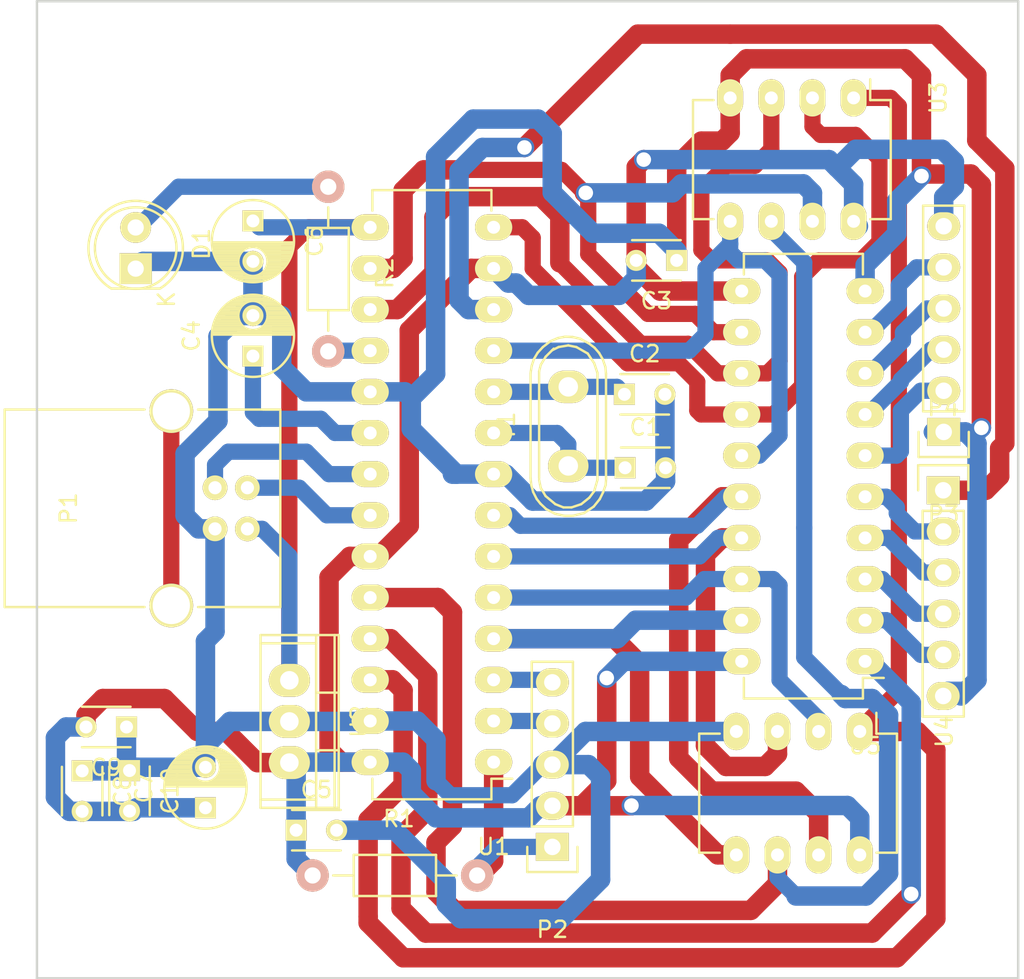
<source format=kicad_pcb>
(kicad_pcb (version 4) (host pcbnew 4.0.6-e0-6349~53~ubuntu14.04.1)

  (general
    (links 84)
    (no_connects 0)
    (area 76.004999 88.697999 139.500934 149.173001)
    (thickness 1.6)
    (drawings 4)
    (tracks 445)
    (zones 0)
    (modules 23)
    (nets 35)
  )

  (page A4)
  (layers
    (0 F.Cu signal)
    (31 B.Cu signal)
    (32 B.Adhes user)
    (33 F.Adhes user)
    (34 B.Paste user)
    (35 F.Paste user)
    (36 B.SilkS user)
    (37 F.SilkS user)
    (38 B.Mask user)
    (39 F.Mask user)
    (40 Dwgs.User user)
    (41 Cmts.User user)
    (42 Eco1.User user)
    (43 Eco2.User user)
    (44 Edge.Cuts user)
    (45 Margin user)
    (46 B.CrtYd user)
    (47 F.CrtYd user)
    (48 B.Fab user)
    (49 F.Fab user)
  )

  (setup
    (last_trace_width 1.2)
    (trace_clearance 0.2)
    (zone_clearance 0.508)
    (zone_45_only no)
    (trace_min 0.2)
    (segment_width 0.2)
    (edge_width 0.15)
    (via_size 1.2)
    (via_drill 0.9)
    (via_min_size 0.4)
    (via_min_drill 0.3)
    (uvia_size 0.3)
    (uvia_drill 0.1)
    (uvias_allowed no)
    (uvia_min_size 0.2)
    (uvia_min_drill 0.1)
    (pcb_text_width 0.3)
    (pcb_text_size 1.5 1.5)
    (mod_edge_width 0.15)
    (mod_text_size 1 1)
    (mod_text_width 0.15)
    (pad_size 1.524 1.524)
    (pad_drill 0.762)
    (pad_to_mask_clearance 0.2)
    (aux_axis_origin 0 0)
    (visible_elements 7FFFFFFF)
    (pcbplotparams
      (layerselection 0x010f0_80000001)
      (usegerberextensions false)
      (excludeedgelayer true)
      (linewidth 0.100000)
      (plotframeref false)
      (viasonmask false)
      (mode 1)
      (useauxorigin false)
      (hpglpennumber 1)
      (hpglpenspeed 20)
      (hpglpendiameter 15)
      (hpglpenoverlay 2)
      (psnegative false)
      (psa4output false)
      (plotreference true)
      (plotvalue true)
      (plotinvisibletext false)
      (padsonsilk false)
      (subtractmaskfromsilk false)
      (outputformat 1)
      (mirror false)
      (drillshape 0)
      (scaleselection 1)
      (outputdirectory gerber/))
  )

  (net 0 "")
  (net 1 "Net-(C1-Pad1)")
  (net 2 GND)
  (net 3 "Net-(C2-Pad1)")
  (net 4 VCC)
  (net 5 "Net-(C4-Pad1)")
  (net 6 "Net-(C6-Pad1)")
  (net 7 "Net-(D1-Pad2)")
  (net 8 /D-)
  (net 9 /D+)
  (net 10 "Net-(P1-Pad5)")
  (net 11 /MCLR)
  (net 12 /PGED)
  (net 13 /PGEC)
  (net 14 "Net-(P3-Pad2)")
  (net 15 "Net-(P3-Pad3)")
  (net 16 "Net-(P3-Pad4)")
  (net 17 "Net-(P3-Pad5)")
  (net 18 /TEST)
  (net 19 "Net-(P4-Pad2)")
  (net 20 "Net-(P4-Pad3)")
  (net 21 "Net-(P4-Pad4)")
  (net 22 "Net-(P4-Pad5)")
  (net 23 "Net-(R2-Pad2)")
  (net 24 /D0)
  (net 25 /D1)
  (net 26 /D2)
  (net 27 /D3)
  (net 28 /D4)
  (net 29 /D5)
  (net 30 /D7)
  (net 31 /D6)
  (net 32 /RAM_SCK)
  (net 33 /BUF_~OE)
  (net 34 /RAM_~CS)

  (net_class Default "This is the default net class."
    (clearance 0.2)
    (trace_width 1.2)
    (via_dia 1.2)
    (via_drill 0.9)
    (uvia_dia 0.3)
    (uvia_drill 0.1)
    (add_net /BUF_~OE)
    (add_net /D+)
    (add_net /D-)
    (add_net /D0)
    (add_net /D1)
    (add_net /D2)
    (add_net /D3)
    (add_net /D4)
    (add_net /D5)
    (add_net /D6)
    (add_net /D7)
    (add_net /MCLR)
    (add_net /PGEC)
    (add_net /PGED)
    (add_net /RAM_SCK)
    (add_net /RAM_~CS)
    (add_net /TEST)
    (add_net GND)
    (add_net "Net-(C1-Pad1)")
    (add_net "Net-(C2-Pad1)")
    (add_net "Net-(C4-Pad1)")
    (add_net "Net-(C6-Pad1)")
    (add_net "Net-(D1-Pad2)")
    (add_net "Net-(P1-Pad5)")
    (add_net "Net-(P3-Pad2)")
    (add_net "Net-(P3-Pad3)")
    (add_net "Net-(P3-Pad4)")
    (add_net "Net-(P3-Pad5)")
    (add_net "Net-(P4-Pad2)")
    (add_net "Net-(P4-Pad3)")
    (add_net "Net-(P4-Pad4)")
    (add_net "Net-(P4-Pad5)")
    (add_net "Net-(R2-Pad2)")
    (add_net VCC)
  )

  (module Capacitors_ThroughHole:C_Disc_D3_P2.5 (layer F.Cu) (tedit 0) (tstamp 574E0E21)
    (at 114.7953 117.5766)
    (descr "Capacitor 3mm Disc, Pitch 2.5mm")
    (tags Capacitor)
    (path /574E0FA2)
    (fp_text reference C1 (at 1.25 -2.5) (layer F.SilkS)
      (effects (font (size 1 1) (thickness 0.15)))
    )
    (fp_text value C_Small (at 1.25 2.5) (layer F.Fab)
      (effects (font (size 1 1) (thickness 0.15)))
    )
    (fp_line (start -0.9 -1.5) (end 3.4 -1.5) (layer F.CrtYd) (width 0.05))
    (fp_line (start 3.4 -1.5) (end 3.4 1.5) (layer F.CrtYd) (width 0.05))
    (fp_line (start 3.4 1.5) (end -0.9 1.5) (layer F.CrtYd) (width 0.05))
    (fp_line (start -0.9 1.5) (end -0.9 -1.5) (layer F.CrtYd) (width 0.05))
    (fp_line (start -0.25 -1.25) (end 2.75 -1.25) (layer F.SilkS) (width 0.15))
    (fp_line (start 2.75 1.25) (end -0.25 1.25) (layer F.SilkS) (width 0.15))
    (pad 1 thru_hole rect (at 0 0) (size 1.3 1.3) (drill 0.8) (layers *.Cu *.Mask F.SilkS)
      (net 1 "Net-(C1-Pad1)"))
    (pad 2 thru_hole circle (at 2.5 0) (size 1.3 1.3) (drill 0.8001) (layers *.Cu *.Mask F.SilkS)
      (net 2 GND))
    (model Capacitors_ThroughHole.3dshapes/C_Disc_D3_P2.5.wrl
      (at (xyz 0.0492126 0 0))
      (scale (xyz 1 1 1))
      (rotate (xyz 0 0 0))
    )
  )

  (module Capacitors_ThroughHole:C_Disc_D3_P2.5 (layer F.Cu) (tedit 0) (tstamp 574E0E27)
    (at 114.7572 113.0427)
    (descr "Capacitor 3mm Disc, Pitch 2.5mm")
    (tags Capacitor)
    (path /574E0FD3)
    (fp_text reference C2 (at 1.25 -2.5) (layer F.SilkS)
      (effects (font (size 1 1) (thickness 0.15)))
    )
    (fp_text value C_Small (at 1.25 2.5) (layer F.Fab)
      (effects (font (size 1 1) (thickness 0.15)))
    )
    (fp_line (start -0.9 -1.5) (end 3.4 -1.5) (layer F.CrtYd) (width 0.05))
    (fp_line (start 3.4 -1.5) (end 3.4 1.5) (layer F.CrtYd) (width 0.05))
    (fp_line (start 3.4 1.5) (end -0.9 1.5) (layer F.CrtYd) (width 0.05))
    (fp_line (start -0.9 1.5) (end -0.9 -1.5) (layer F.CrtYd) (width 0.05))
    (fp_line (start -0.25 -1.25) (end 2.75 -1.25) (layer F.SilkS) (width 0.15))
    (fp_line (start 2.75 1.25) (end -0.25 1.25) (layer F.SilkS) (width 0.15))
    (pad 1 thru_hole rect (at 0 0) (size 1.3 1.3) (drill 0.8) (layers *.Cu *.Mask F.SilkS)
      (net 3 "Net-(C2-Pad1)"))
    (pad 2 thru_hole circle (at 2.5 0) (size 1.3 1.3) (drill 0.8001) (layers *.Cu *.Mask F.SilkS)
      (net 2 GND))
    (model Capacitors_ThroughHole.3dshapes/C_Disc_D3_P2.5.wrl
      (at (xyz 0.0492126 0 0))
      (scale (xyz 1 1 1))
      (rotate (xyz 0 0 0))
    )
  )

  (module Capacitors_ThroughHole:C_Disc_D3_P2.5 (layer F.Cu) (tedit 0) (tstamp 574E0E2D)
    (at 117.983 104.775 180)
    (descr "Capacitor 3mm Disc, Pitch 2.5mm")
    (tags Capacitor)
    (path /574E1232)
    (fp_text reference C3 (at 1.25 -2.5 180) (layer F.SilkS)
      (effects (font (size 1 1) (thickness 0.15)))
    )
    (fp_text value 100n (at 1.25 2.5 180) (layer F.Fab)
      (effects (font (size 1 1) (thickness 0.15)))
    )
    (fp_line (start -0.9 -1.5) (end 3.4 -1.5) (layer F.CrtYd) (width 0.05))
    (fp_line (start 3.4 -1.5) (end 3.4 1.5) (layer F.CrtYd) (width 0.05))
    (fp_line (start 3.4 1.5) (end -0.9 1.5) (layer F.CrtYd) (width 0.05))
    (fp_line (start -0.9 1.5) (end -0.9 -1.5) (layer F.CrtYd) (width 0.05))
    (fp_line (start -0.25 -1.25) (end 2.75 -1.25) (layer F.SilkS) (width 0.15))
    (fp_line (start 2.75 1.25) (end -0.25 1.25) (layer F.SilkS) (width 0.15))
    (pad 1 thru_hole rect (at 0 0 180) (size 1.3 1.3) (drill 0.8) (layers *.Cu *.Mask F.SilkS)
      (net 2 GND))
    (pad 2 thru_hole circle (at 2.5 0 180) (size 1.3 1.3) (drill 0.8001) (layers *.Cu *.Mask F.SilkS)
      (net 4 VCC))
    (model Capacitors_ThroughHole.3dshapes/C_Disc_D3_P2.5.wrl
      (at (xyz 0.0492126 0 0))
      (scale (xyz 1 1 1))
      (rotate (xyz 0 0 0))
    )
  )

  (module Capacitors_ThroughHole:C_Radial_D5_L6_P2.5 (layer F.Cu) (tedit 0) (tstamp 574E0E33)
    (at 91.821 110.6805 90)
    (descr "Radial Electrolytic Capacitor Diameter 5mm x Length 6mm, Pitch 2.5mm")
    (tags "Electrolytic Capacitor")
    (path /574E215B)
    (fp_text reference C4 (at 1.25 -3.8 90) (layer F.SilkS)
      (effects (font (size 1 1) (thickness 0.15)))
    )
    (fp_text value 1uF (at 1.25 3.8 90) (layer F.Fab)
      (effects (font (size 1 1) (thickness 0.15)))
    )
    (fp_line (start 1.325 -2.499) (end 1.325 2.499) (layer F.SilkS) (width 0.15))
    (fp_line (start 1.465 -2.491) (end 1.465 2.491) (layer F.SilkS) (width 0.15))
    (fp_line (start 1.605 -2.475) (end 1.605 -0.095) (layer F.SilkS) (width 0.15))
    (fp_line (start 1.605 0.095) (end 1.605 2.475) (layer F.SilkS) (width 0.15))
    (fp_line (start 1.745 -2.451) (end 1.745 -0.49) (layer F.SilkS) (width 0.15))
    (fp_line (start 1.745 0.49) (end 1.745 2.451) (layer F.SilkS) (width 0.15))
    (fp_line (start 1.885 -2.418) (end 1.885 -0.657) (layer F.SilkS) (width 0.15))
    (fp_line (start 1.885 0.657) (end 1.885 2.418) (layer F.SilkS) (width 0.15))
    (fp_line (start 2.025 -2.377) (end 2.025 -0.764) (layer F.SilkS) (width 0.15))
    (fp_line (start 2.025 0.764) (end 2.025 2.377) (layer F.SilkS) (width 0.15))
    (fp_line (start 2.165 -2.327) (end 2.165 -0.835) (layer F.SilkS) (width 0.15))
    (fp_line (start 2.165 0.835) (end 2.165 2.327) (layer F.SilkS) (width 0.15))
    (fp_line (start 2.305 -2.266) (end 2.305 -0.879) (layer F.SilkS) (width 0.15))
    (fp_line (start 2.305 0.879) (end 2.305 2.266) (layer F.SilkS) (width 0.15))
    (fp_line (start 2.445 -2.196) (end 2.445 -0.898) (layer F.SilkS) (width 0.15))
    (fp_line (start 2.445 0.898) (end 2.445 2.196) (layer F.SilkS) (width 0.15))
    (fp_line (start 2.585 -2.114) (end 2.585 -0.896) (layer F.SilkS) (width 0.15))
    (fp_line (start 2.585 0.896) (end 2.585 2.114) (layer F.SilkS) (width 0.15))
    (fp_line (start 2.725 -2.019) (end 2.725 -0.871) (layer F.SilkS) (width 0.15))
    (fp_line (start 2.725 0.871) (end 2.725 2.019) (layer F.SilkS) (width 0.15))
    (fp_line (start 2.865 -1.908) (end 2.865 -0.823) (layer F.SilkS) (width 0.15))
    (fp_line (start 2.865 0.823) (end 2.865 1.908) (layer F.SilkS) (width 0.15))
    (fp_line (start 3.005 -1.78) (end 3.005 -0.745) (layer F.SilkS) (width 0.15))
    (fp_line (start 3.005 0.745) (end 3.005 1.78) (layer F.SilkS) (width 0.15))
    (fp_line (start 3.145 -1.631) (end 3.145 -0.628) (layer F.SilkS) (width 0.15))
    (fp_line (start 3.145 0.628) (end 3.145 1.631) (layer F.SilkS) (width 0.15))
    (fp_line (start 3.285 -1.452) (end 3.285 -0.44) (layer F.SilkS) (width 0.15))
    (fp_line (start 3.285 0.44) (end 3.285 1.452) (layer F.SilkS) (width 0.15))
    (fp_line (start 3.425 -1.233) (end 3.425 1.233) (layer F.SilkS) (width 0.15))
    (fp_line (start 3.565 -0.944) (end 3.565 0.944) (layer F.SilkS) (width 0.15))
    (fp_line (start 3.705 -0.472) (end 3.705 0.472) (layer F.SilkS) (width 0.15))
    (fp_circle (center 2.5 0) (end 2.5 -0.9) (layer F.SilkS) (width 0.15))
    (fp_circle (center 1.25 0) (end 1.25 -2.5375) (layer F.SilkS) (width 0.15))
    (fp_circle (center 1.25 0) (end 1.25 -2.8) (layer F.CrtYd) (width 0.05))
    (pad 1 thru_hole rect (at 0 0 90) (size 1.3 1.3) (drill 0.8) (layers *.Cu *.Mask F.SilkS)
      (net 5 "Net-(C4-Pad1)"))
    (pad 2 thru_hole circle (at 2.5 0 90) (size 1.3 1.3) (drill 0.8) (layers *.Cu *.Mask F.SilkS)
      (net 2 GND))
    (model Capacitors_ThroughHole.3dshapes/C_Radial_D5_L6_P2.5.wrl
      (at (xyz 0.0492126 0 0))
      (scale (xyz 1 1 1))
      (rotate (xyz 0 0 90))
    )
  )

  (module Capacitors_ThroughHole:C_Disc_D3_P2.5 (layer F.Cu) (tedit 0) (tstamp 574E0E39)
    (at 94.488 139.954)
    (descr "Capacitor 3mm Disc, Pitch 2.5mm")
    (tags Capacitor)
    (path /574E2B51)
    (fp_text reference C5 (at 1.25 -2.5) (layer F.SilkS)
      (effects (font (size 1 1) (thickness 0.15)))
    )
    (fp_text value 100n (at 1.25 2.5) (layer F.Fab)
      (effects (font (size 1 1) (thickness 0.15)))
    )
    (fp_line (start -0.9 -1.5) (end 3.4 -1.5) (layer F.CrtYd) (width 0.05))
    (fp_line (start 3.4 -1.5) (end 3.4 1.5) (layer F.CrtYd) (width 0.05))
    (fp_line (start 3.4 1.5) (end -0.9 1.5) (layer F.CrtYd) (width 0.05))
    (fp_line (start -0.9 1.5) (end -0.9 -1.5) (layer F.CrtYd) (width 0.05))
    (fp_line (start -0.25 -1.25) (end 2.75 -1.25) (layer F.SilkS) (width 0.15))
    (fp_line (start 2.75 1.25) (end -0.25 1.25) (layer F.SilkS) (width 0.15))
    (pad 1 thru_hole rect (at 0 0) (size 1.3 1.3) (drill 0.8) (layers *.Cu *.Mask F.SilkS)
      (net 4 VCC))
    (pad 2 thru_hole circle (at 2.5 0) (size 1.3 1.3) (drill 0.8001) (layers *.Cu *.Mask F.SilkS)
      (net 2 GND))
    (model Capacitors_ThroughHole.3dshapes/C_Disc_D3_P2.5.wrl
      (at (xyz 0.0492126 0 0))
      (scale (xyz 1 1 1))
      (rotate (xyz 0 0 0))
    )
  )

  (module Capacitors_ThroughHole:C_Radial_D5_L6_P2.5 (layer F.Cu) (tedit 0) (tstamp 574E0E3F)
    (at 91.821 102.3366 270)
    (descr "Radial Electrolytic Capacitor Diameter 5mm x Length 6mm, Pitch 2.5mm")
    (tags "Electrolytic Capacitor")
    (path /574E18CD)
    (fp_text reference C6 (at 1.25 -3.8 270) (layer F.SilkS)
      (effects (font (size 1 1) (thickness 0.15)))
    )
    (fp_text value 1uF (at 1.25 3.8 270) (layer F.Fab)
      (effects (font (size 1 1) (thickness 0.15)))
    )
    (fp_line (start 1.325 -2.499) (end 1.325 2.499) (layer F.SilkS) (width 0.15))
    (fp_line (start 1.465 -2.491) (end 1.465 2.491) (layer F.SilkS) (width 0.15))
    (fp_line (start 1.605 -2.475) (end 1.605 -0.095) (layer F.SilkS) (width 0.15))
    (fp_line (start 1.605 0.095) (end 1.605 2.475) (layer F.SilkS) (width 0.15))
    (fp_line (start 1.745 -2.451) (end 1.745 -0.49) (layer F.SilkS) (width 0.15))
    (fp_line (start 1.745 0.49) (end 1.745 2.451) (layer F.SilkS) (width 0.15))
    (fp_line (start 1.885 -2.418) (end 1.885 -0.657) (layer F.SilkS) (width 0.15))
    (fp_line (start 1.885 0.657) (end 1.885 2.418) (layer F.SilkS) (width 0.15))
    (fp_line (start 2.025 -2.377) (end 2.025 -0.764) (layer F.SilkS) (width 0.15))
    (fp_line (start 2.025 0.764) (end 2.025 2.377) (layer F.SilkS) (width 0.15))
    (fp_line (start 2.165 -2.327) (end 2.165 -0.835) (layer F.SilkS) (width 0.15))
    (fp_line (start 2.165 0.835) (end 2.165 2.327) (layer F.SilkS) (width 0.15))
    (fp_line (start 2.305 -2.266) (end 2.305 -0.879) (layer F.SilkS) (width 0.15))
    (fp_line (start 2.305 0.879) (end 2.305 2.266) (layer F.SilkS) (width 0.15))
    (fp_line (start 2.445 -2.196) (end 2.445 -0.898) (layer F.SilkS) (width 0.15))
    (fp_line (start 2.445 0.898) (end 2.445 2.196) (layer F.SilkS) (width 0.15))
    (fp_line (start 2.585 -2.114) (end 2.585 -0.896) (layer F.SilkS) (width 0.15))
    (fp_line (start 2.585 0.896) (end 2.585 2.114) (layer F.SilkS) (width 0.15))
    (fp_line (start 2.725 -2.019) (end 2.725 -0.871) (layer F.SilkS) (width 0.15))
    (fp_line (start 2.725 0.871) (end 2.725 2.019) (layer F.SilkS) (width 0.15))
    (fp_line (start 2.865 -1.908) (end 2.865 -0.823) (layer F.SilkS) (width 0.15))
    (fp_line (start 2.865 0.823) (end 2.865 1.908) (layer F.SilkS) (width 0.15))
    (fp_line (start 3.005 -1.78) (end 3.005 -0.745) (layer F.SilkS) (width 0.15))
    (fp_line (start 3.005 0.745) (end 3.005 1.78) (layer F.SilkS) (width 0.15))
    (fp_line (start 3.145 -1.631) (end 3.145 -0.628) (layer F.SilkS) (width 0.15))
    (fp_line (start 3.145 0.628) (end 3.145 1.631) (layer F.SilkS) (width 0.15))
    (fp_line (start 3.285 -1.452) (end 3.285 -0.44) (layer F.SilkS) (width 0.15))
    (fp_line (start 3.285 0.44) (end 3.285 1.452) (layer F.SilkS) (width 0.15))
    (fp_line (start 3.425 -1.233) (end 3.425 1.233) (layer F.SilkS) (width 0.15))
    (fp_line (start 3.565 -0.944) (end 3.565 0.944) (layer F.SilkS) (width 0.15))
    (fp_line (start 3.705 -0.472) (end 3.705 0.472) (layer F.SilkS) (width 0.15))
    (fp_circle (center 2.5 0) (end 2.5 -0.9) (layer F.SilkS) (width 0.15))
    (fp_circle (center 1.25 0) (end 1.25 -2.5375) (layer F.SilkS) (width 0.15))
    (fp_circle (center 1.25 0) (end 1.25 -2.8) (layer F.CrtYd) (width 0.05))
    (pad 1 thru_hole rect (at 0 0 270) (size 1.3 1.3) (drill 0.8) (layers *.Cu *.Mask F.SilkS)
      (net 6 "Net-(C6-Pad1)"))
    (pad 2 thru_hole circle (at 2.5 0 270) (size 1.3 1.3) (drill 0.8) (layers *.Cu *.Mask F.SilkS)
      (net 2 GND))
    (model Capacitors_ThroughHole.3dshapes/C_Radial_D5_L6_P2.5.wrl
      (at (xyz 0.0492126 0 0))
      (scale (xyz 1 1 1))
      (rotate (xyz 0 0 90))
    )
  )

  (module Capacitors_ThroughHole:C_Radial_D5_L6_P2.5 (layer F.Cu) (tedit 0) (tstamp 574E0E45)
    (at 88.89 138.57 90)
    (descr "Radial Electrolytic Capacitor Diameter 5mm x Length 6mm, Pitch 2.5mm")
    (tags "Electrolytic Capacitor")
    (path /574E1B07)
    (fp_text reference C7 (at 1.25 -3.8 90) (layer F.SilkS)
      (effects (font (size 1 1) (thickness 0.15)))
    )
    (fp_text value 1uF (at 1.25 3.8 90) (layer F.Fab)
      (effects (font (size 1 1) (thickness 0.15)))
    )
    (fp_line (start 1.325 -2.499) (end 1.325 2.499) (layer F.SilkS) (width 0.15))
    (fp_line (start 1.465 -2.491) (end 1.465 2.491) (layer F.SilkS) (width 0.15))
    (fp_line (start 1.605 -2.475) (end 1.605 -0.095) (layer F.SilkS) (width 0.15))
    (fp_line (start 1.605 0.095) (end 1.605 2.475) (layer F.SilkS) (width 0.15))
    (fp_line (start 1.745 -2.451) (end 1.745 -0.49) (layer F.SilkS) (width 0.15))
    (fp_line (start 1.745 0.49) (end 1.745 2.451) (layer F.SilkS) (width 0.15))
    (fp_line (start 1.885 -2.418) (end 1.885 -0.657) (layer F.SilkS) (width 0.15))
    (fp_line (start 1.885 0.657) (end 1.885 2.418) (layer F.SilkS) (width 0.15))
    (fp_line (start 2.025 -2.377) (end 2.025 -0.764) (layer F.SilkS) (width 0.15))
    (fp_line (start 2.025 0.764) (end 2.025 2.377) (layer F.SilkS) (width 0.15))
    (fp_line (start 2.165 -2.327) (end 2.165 -0.835) (layer F.SilkS) (width 0.15))
    (fp_line (start 2.165 0.835) (end 2.165 2.327) (layer F.SilkS) (width 0.15))
    (fp_line (start 2.305 -2.266) (end 2.305 -0.879) (layer F.SilkS) (width 0.15))
    (fp_line (start 2.305 0.879) (end 2.305 2.266) (layer F.SilkS) (width 0.15))
    (fp_line (start 2.445 -2.196) (end 2.445 -0.898) (layer F.SilkS) (width 0.15))
    (fp_line (start 2.445 0.898) (end 2.445 2.196) (layer F.SilkS) (width 0.15))
    (fp_line (start 2.585 -2.114) (end 2.585 -0.896) (layer F.SilkS) (width 0.15))
    (fp_line (start 2.585 0.896) (end 2.585 2.114) (layer F.SilkS) (width 0.15))
    (fp_line (start 2.725 -2.019) (end 2.725 -0.871) (layer F.SilkS) (width 0.15))
    (fp_line (start 2.725 0.871) (end 2.725 2.019) (layer F.SilkS) (width 0.15))
    (fp_line (start 2.865 -1.908) (end 2.865 -0.823) (layer F.SilkS) (width 0.15))
    (fp_line (start 2.865 0.823) (end 2.865 1.908) (layer F.SilkS) (width 0.15))
    (fp_line (start 3.005 -1.78) (end 3.005 -0.745) (layer F.SilkS) (width 0.15))
    (fp_line (start 3.005 0.745) (end 3.005 1.78) (layer F.SilkS) (width 0.15))
    (fp_line (start 3.145 -1.631) (end 3.145 -0.628) (layer F.SilkS) (width 0.15))
    (fp_line (start 3.145 0.628) (end 3.145 1.631) (layer F.SilkS) (width 0.15))
    (fp_line (start 3.285 -1.452) (end 3.285 -0.44) (layer F.SilkS) (width 0.15))
    (fp_line (start 3.285 0.44) (end 3.285 1.452) (layer F.SilkS) (width 0.15))
    (fp_line (start 3.425 -1.233) (end 3.425 1.233) (layer F.SilkS) (width 0.15))
    (fp_line (start 3.565 -0.944) (end 3.565 0.944) (layer F.SilkS) (width 0.15))
    (fp_line (start 3.705 -0.472) (end 3.705 0.472) (layer F.SilkS) (width 0.15))
    (fp_circle (center 2.5 0) (end 2.5 -0.9) (layer F.SilkS) (width 0.15))
    (fp_circle (center 1.25 0) (end 1.25 -2.5375) (layer F.SilkS) (width 0.15))
    (fp_circle (center 1.25 0) (end 1.25 -2.8) (layer F.CrtYd) (width 0.05))
    (pad 1 thru_hole rect (at 0 0 90) (size 1.3 1.3) (drill 0.8) (layers *.Cu *.Mask F.SilkS)
      (net 4 VCC))
    (pad 2 thru_hole circle (at 2.5 0 90) (size 1.3 1.3) (drill 0.8) (layers *.Cu *.Mask F.SilkS)
      (net 2 GND))
    (model Capacitors_ThroughHole.3dshapes/C_Radial_D5_L6_P2.5.wrl
      (at (xyz 0.0492126 0 0))
      (scale (xyz 1 1 1))
      (rotate (xyz 0 0 90))
    )
  )

  (module Capacitors_ThroughHole:C_Disc_D3_P2.5 (layer F.Cu) (tedit 0) (tstamp 574E0E4B)
    (at 81.27746 136.29132 270)
    (descr "Capacitor 3mm Disc, Pitch 2.5mm")
    (tags Capacitor)
    (path /574E8BED)
    (fp_text reference C8 (at 1.25 -2.5 270) (layer F.SilkS)
      (effects (font (size 1 1) (thickness 0.15)))
    )
    (fp_text value 100n (at 1.25 2.5 270) (layer F.Fab)
      (effects (font (size 1 1) (thickness 0.15)))
    )
    (fp_line (start -0.9 -1.5) (end 3.4 -1.5) (layer F.CrtYd) (width 0.05))
    (fp_line (start 3.4 -1.5) (end 3.4 1.5) (layer F.CrtYd) (width 0.05))
    (fp_line (start 3.4 1.5) (end -0.9 1.5) (layer F.CrtYd) (width 0.05))
    (fp_line (start -0.9 1.5) (end -0.9 -1.5) (layer F.CrtYd) (width 0.05))
    (fp_line (start -0.25 -1.25) (end 2.75 -1.25) (layer F.SilkS) (width 0.15))
    (fp_line (start 2.75 1.25) (end -0.25 1.25) (layer F.SilkS) (width 0.15))
    (pad 1 thru_hole rect (at 0 0 270) (size 1.3 1.3) (drill 0.8) (layers *.Cu *.Mask F.SilkS)
      (net 2 GND))
    (pad 2 thru_hole circle (at 2.5 0 270) (size 1.3 1.3) (drill 0.8001) (layers *.Cu *.Mask F.SilkS)
      (net 4 VCC))
    (model Capacitors_ThroughHole.3dshapes/C_Disc_D3_P2.5.wrl
      (at (xyz 0.0492126 0 0))
      (scale (xyz 1 1 1))
      (rotate (xyz 0 0 0))
    )
  )

  (module Capacitors_ThroughHole:C_Disc_D3_P2.5 (layer F.Cu) (tedit 0) (tstamp 574E0E51)
    (at 84.01558 133.58114 180)
    (descr "Capacitor 3mm Disc, Pitch 2.5mm")
    (tags Capacitor)
    (path /574E909B)
    (fp_text reference C9 (at 1.25 -2.5 180) (layer F.SilkS)
      (effects (font (size 1 1) (thickness 0.15)))
    )
    (fp_text value 100n (at 1.25 2.5 180) (layer F.Fab)
      (effects (font (size 1 1) (thickness 0.15)))
    )
    (fp_line (start -0.9 -1.5) (end 3.4 -1.5) (layer F.CrtYd) (width 0.05))
    (fp_line (start 3.4 -1.5) (end 3.4 1.5) (layer F.CrtYd) (width 0.05))
    (fp_line (start 3.4 1.5) (end -0.9 1.5) (layer F.CrtYd) (width 0.05))
    (fp_line (start -0.9 1.5) (end -0.9 -1.5) (layer F.CrtYd) (width 0.05))
    (fp_line (start -0.25 -1.25) (end 2.75 -1.25) (layer F.SilkS) (width 0.15))
    (fp_line (start 2.75 1.25) (end -0.25 1.25) (layer F.SilkS) (width 0.15))
    (pad 1 thru_hole rect (at 0 0 180) (size 1.3 1.3) (drill 0.8) (layers *.Cu *.Mask F.SilkS)
      (net 2 GND))
    (pad 2 thru_hole circle (at 2.5 0 180) (size 1.3 1.3) (drill 0.8001) (layers *.Cu *.Mask F.SilkS)
      (net 4 VCC))
    (model Capacitors_ThroughHole.3dshapes/C_Disc_D3_P2.5.wrl
      (at (xyz 0.0492126 0 0))
      (scale (xyz 1 1 1))
      (rotate (xyz 0 0 0))
    )
  )

  (module Capacitors_ThroughHole:C_Disc_D3_P2.5 (layer F.Cu) (tedit 0) (tstamp 574E0E57)
    (at 84.201 136.271 270)
    (descr "Capacitor 3mm Disc, Pitch 2.5mm")
    (tags Capacitor)
    (path /574E90EF)
    (fp_text reference C10 (at 1.25 -2.5 270) (layer F.SilkS)
      (effects (font (size 1 1) (thickness 0.15)))
    )
    (fp_text value 100n (at 1.25 2.5 270) (layer F.Fab)
      (effects (font (size 1 1) (thickness 0.15)))
    )
    (fp_line (start -0.9 -1.5) (end 3.4 -1.5) (layer F.CrtYd) (width 0.05))
    (fp_line (start 3.4 -1.5) (end 3.4 1.5) (layer F.CrtYd) (width 0.05))
    (fp_line (start 3.4 1.5) (end -0.9 1.5) (layer F.CrtYd) (width 0.05))
    (fp_line (start -0.9 1.5) (end -0.9 -1.5) (layer F.CrtYd) (width 0.05))
    (fp_line (start -0.25 -1.25) (end 2.75 -1.25) (layer F.SilkS) (width 0.15))
    (fp_line (start 2.75 1.25) (end -0.25 1.25) (layer F.SilkS) (width 0.15))
    (pad 1 thru_hole rect (at 0 0 270) (size 1.3 1.3) (drill 0.8) (layers *.Cu *.Mask F.SilkS)
      (net 2 GND))
    (pad 2 thru_hole circle (at 2.5 0 270) (size 1.3 1.3) (drill 0.8001) (layers *.Cu *.Mask F.SilkS)
      (net 4 VCC))
    (model Capacitors_ThroughHole.3dshapes/C_Disc_D3_P2.5.wrl
      (at (xyz 0.0492126 0 0))
      (scale (xyz 1 1 1))
      (rotate (xyz 0 0 0))
    )
  )

  (module LEDs:LED-5MM (layer F.Cu) (tedit 5570F7EA) (tstamp 574E0E5D)
    (at 84.582 105.283 90)
    (descr "LED 5mm round vertical")
    (tags "LED 5mm round vertical")
    (path /574E1E7E)
    (fp_text reference D1 (at 1.524 4.064 90) (layer F.SilkS)
      (effects (font (size 1 1) (thickness 0.15)))
    )
    (fp_text value LED (at 1.524 -3.937 90) (layer F.Fab)
      (effects (font (size 1 1) (thickness 0.15)))
    )
    (fp_line (start -1.5 -1.55) (end -1.5 1.55) (layer F.CrtYd) (width 0.05))
    (fp_arc (start 1.3 0) (end -1.5 1.55) (angle -302) (layer F.CrtYd) (width 0.05))
    (fp_arc (start 1.27 0) (end -1.23 -1.5) (angle 297.5) (layer F.SilkS) (width 0.15))
    (fp_line (start -1.23 1.5) (end -1.23 -1.5) (layer F.SilkS) (width 0.15))
    (fp_circle (center 1.27 0) (end 0.97 -2.5) (layer F.SilkS) (width 0.15))
    (fp_text user K (at -1.905 1.905 90) (layer F.SilkS)
      (effects (font (size 1 1) (thickness 0.15)))
    )
    (pad 1 thru_hole rect (at 0 0 180) (size 2 1.9) (drill 1.00076) (layers *.Cu *.Mask F.SilkS)
      (net 2 GND))
    (pad 2 thru_hole circle (at 2.54 0 90) (size 1.9 1.9) (drill 1.00076) (layers *.Cu *.Mask F.SilkS)
      (net 7 "Net-(D1-Pad2)"))
    (model LEDs.3dshapes/LED-5MM.wrl
      (at (xyz 0.05 0 0))
      (scale (xyz 1 1 1))
      (rotate (xyz 0 0 90))
    )
  )

  (module Connect:USB_B (layer F.Cu) (tedit 55B36073) (tstamp 574E0E67)
    (at 91.48 121.35 180)
    (descr "USB B connector")
    (tags "USB_B USB_DEV")
    (path /574E052B)
    (fp_text reference P1 (at 11.049 1.27 270) (layer F.SilkS)
      (effects (font (size 1 1) (thickness 0.15)))
    )
    (fp_text value USB_B (at 4.699 1.27 270) (layer F.Fab)
      (effects (font (size 1 1) (thickness 0.15)))
    )
    (fp_line (start 15.25 8.9) (end -2.3 8.9) (layer F.CrtYd) (width 0.05))
    (fp_line (start -2.3 8.9) (end -2.3 -6.35) (layer F.CrtYd) (width 0.05))
    (fp_line (start -2.3 -6.35) (end 15.25 -6.35) (layer F.CrtYd) (width 0.05))
    (fp_line (start 15.25 -6.35) (end 15.25 8.9) (layer F.CrtYd) (width 0.05))
    (fp_line (start 6.35 7.366) (end 14.986 7.366) (layer F.SilkS) (width 0.15))
    (fp_line (start -2.032 7.366) (end 3.048 7.366) (layer F.SilkS) (width 0.15))
    (fp_line (start 6.35 -4.826) (end 14.986 -4.826) (layer F.SilkS) (width 0.15))
    (fp_line (start -2.032 -4.826) (end 3.048 -4.826) (layer F.SilkS) (width 0.15))
    (fp_line (start 14.986 -4.826) (end 14.986 7.366) (layer F.SilkS) (width 0.15))
    (fp_line (start -2.032 7.366) (end -2.032 -4.826) (layer F.SilkS) (width 0.15))
    (pad 2 thru_hole circle (at 0 2.54 90) (size 1.524 1.524) (drill 0.8128) (layers *.Cu *.Mask F.SilkS)
      (net 8 /D-))
    (pad 1 thru_hole circle (at 0 0 90) (size 1.524 1.524) (drill 0.8128) (layers *.Cu *.Mask F.SilkS)
      (net 6 "Net-(C6-Pad1)"))
    (pad 4 thru_hole circle (at 1.99898 0 90) (size 1.524 1.524) (drill 0.8128) (layers *.Cu *.Mask F.SilkS)
      (net 2 GND))
    (pad 3 thru_hole circle (at 1.99898 2.54 90) (size 1.524 1.524) (drill 0.8128) (layers *.Cu *.Mask F.SilkS)
      (net 9 /D+))
    (pad 5 thru_hole circle (at 4.699 7.26948 90) (size 2.70002 2.70002) (drill 2.30124) (layers *.Cu *.Mask F.SilkS)
      (net 10 "Net-(P1-Pad5)"))
    (pad 5 thru_hole circle (at 4.699 -4.72948 90) (size 2.70002 2.70002) (drill 2.30124) (layers *.Cu *.Mask F.SilkS)
      (net 10 "Net-(P1-Pad5)"))
    (model Connect.3dshapes/USB_B.wrl
      (at (xyz 0.185 -0.05 0.001))
      (scale (xyz 0.3937 0.3937 0.3937))
      (rotate (xyz 0 0 -90))
    )
  )

  (module Pin_Headers:Pin_Header_Straight_1x05 (layer F.Cu) (tedit 54EA0684) (tstamp 574E0E70)
    (at 110.30712 140.98524 180)
    (descr "Through hole pin header")
    (tags "pin header")
    (path /574E7F50)
    (fp_text reference P2 (at 0 -5.1 180) (layer F.SilkS)
      (effects (font (size 1 1) (thickness 0.15)))
    )
    (fp_text value CONN_01X05 (at 0 -3.1 180) (layer F.Fab)
      (effects (font (size 1 1) (thickness 0.15)))
    )
    (fp_line (start -1.55 0) (end -1.55 -1.55) (layer F.SilkS) (width 0.15))
    (fp_line (start -1.55 -1.55) (end 1.55 -1.55) (layer F.SilkS) (width 0.15))
    (fp_line (start 1.55 -1.55) (end 1.55 0) (layer F.SilkS) (width 0.15))
    (fp_line (start -1.75 -1.75) (end -1.75 11.95) (layer F.CrtYd) (width 0.05))
    (fp_line (start 1.75 -1.75) (end 1.75 11.95) (layer F.CrtYd) (width 0.05))
    (fp_line (start -1.75 -1.75) (end 1.75 -1.75) (layer F.CrtYd) (width 0.05))
    (fp_line (start -1.75 11.95) (end 1.75 11.95) (layer F.CrtYd) (width 0.05))
    (fp_line (start 1.27 1.27) (end 1.27 11.43) (layer F.SilkS) (width 0.15))
    (fp_line (start 1.27 11.43) (end -1.27 11.43) (layer F.SilkS) (width 0.15))
    (fp_line (start -1.27 11.43) (end -1.27 1.27) (layer F.SilkS) (width 0.15))
    (fp_line (start 1.27 1.27) (end -1.27 1.27) (layer F.SilkS) (width 0.15))
    (pad 1 thru_hole rect (at 0 0 180) (size 2.032 1.7272) (drill 1.016) (layers *.Cu *.Mask F.SilkS)
      (net 11 /MCLR))
    (pad 2 thru_hole oval (at 0 2.54 180) (size 2.032 1.7272) (drill 1.016) (layers *.Cu *.Mask F.SilkS)
      (net 4 VCC))
    (pad 3 thru_hole oval (at 0 5.08 180) (size 2.032 1.7272) (drill 1.016) (layers *.Cu *.Mask F.SilkS)
      (net 2 GND))
    (pad 4 thru_hole oval (at 0 7.62 180) (size 2.032 1.7272) (drill 1.016) (layers *.Cu *.Mask F.SilkS)
      (net 12 /PGED))
    (pad 5 thru_hole oval (at 0 10.16 180) (size 2.032 1.7272) (drill 1.016) (layers *.Cu *.Mask F.SilkS)
      (net 13 /PGEC))
    (model Pin_Headers.3dshapes/Pin_Header_Straight_1x05.wrl
      (at (xyz 0 -0.2 0))
      (scale (xyz 1 1 1))
      (rotate (xyz 0 0 90))
    )
  )

  (module Pin_Headers:Pin_Header_Straight_1x06 (layer F.Cu) (tedit 0) (tstamp 574E0E7A)
    (at 134.4676 115.36426 180)
    (descr "Through hole pin header")
    (tags "pin header")
    (path /574E7127)
    (fp_text reference P3 (at 0 -5.1 180) (layer F.SilkS)
      (effects (font (size 1 1) (thickness 0.15)))
    )
    (fp_text value CONN_01X06 (at 0 -3.1 180) (layer F.Fab)
      (effects (font (size 1 1) (thickness 0.15)))
    )
    (fp_line (start -1.75 -1.75) (end -1.75 14.45) (layer F.CrtYd) (width 0.05))
    (fp_line (start 1.75 -1.75) (end 1.75 14.45) (layer F.CrtYd) (width 0.05))
    (fp_line (start -1.75 -1.75) (end 1.75 -1.75) (layer F.CrtYd) (width 0.05))
    (fp_line (start -1.75 14.45) (end 1.75 14.45) (layer F.CrtYd) (width 0.05))
    (fp_line (start 1.27 1.27) (end 1.27 13.97) (layer F.SilkS) (width 0.15))
    (fp_line (start 1.27 13.97) (end -1.27 13.97) (layer F.SilkS) (width 0.15))
    (fp_line (start -1.27 13.97) (end -1.27 1.27) (layer F.SilkS) (width 0.15))
    (fp_line (start 1.55 -1.55) (end 1.55 0) (layer F.SilkS) (width 0.15))
    (fp_line (start 1.27 1.27) (end -1.27 1.27) (layer F.SilkS) (width 0.15))
    (fp_line (start -1.55 0) (end -1.55 -1.55) (layer F.SilkS) (width 0.15))
    (fp_line (start -1.55 -1.55) (end 1.55 -1.55) (layer F.SilkS) (width 0.15))
    (pad 1 thru_hole rect (at 0 0 180) (size 2.032 1.7272) (drill 1.016) (layers *.Cu *.Mask F.SilkS)
      (net 2 GND))
    (pad 2 thru_hole oval (at 0 2.54 180) (size 2.032 1.7272) (drill 1.016) (layers *.Cu *.Mask F.SilkS)
      (net 14 "Net-(P3-Pad2)"))
    (pad 3 thru_hole oval (at 0 5.08 180) (size 2.032 1.7272) (drill 1.016) (layers *.Cu *.Mask F.SilkS)
      (net 15 "Net-(P3-Pad3)"))
    (pad 4 thru_hole oval (at 0 7.62 180) (size 2.032 1.7272) (drill 1.016) (layers *.Cu *.Mask F.SilkS)
      (net 16 "Net-(P3-Pad4)"))
    (pad 5 thru_hole oval (at 0 10.16 180) (size 2.032 1.7272) (drill 1.016) (layers *.Cu *.Mask F.SilkS)
      (net 17 "Net-(P3-Pad5)"))
    (pad 6 thru_hole oval (at 0 12.7 180) (size 2.032 1.7272) (drill 1.016) (layers *.Cu *.Mask F.SilkS)
      (net 4 VCC))
    (model Pin_Headers.3dshapes/Pin_Header_Straight_1x06.wrl
      (at (xyz 0 -0.25 0))
      (scale (xyz 1 1 1))
      (rotate (xyz 0 0 90))
    )
  )

  (module Pin_Headers:Pin_Header_Straight_1x06 (layer F.Cu) (tedit 0) (tstamp 574E0E84)
    (at 134.43966 118.96852)
    (descr "Through hole pin header")
    (tags "pin header")
    (path /574E7188)
    (fp_text reference P4 (at 0 -5.1) (layer F.SilkS)
      (effects (font (size 1 1) (thickness 0.15)))
    )
    (fp_text value CONN_01X06 (at 0 -3.1) (layer F.Fab)
      (effects (font (size 1 1) (thickness 0.15)))
    )
    (fp_line (start -1.75 -1.75) (end -1.75 14.45) (layer F.CrtYd) (width 0.05))
    (fp_line (start 1.75 -1.75) (end 1.75 14.45) (layer F.CrtYd) (width 0.05))
    (fp_line (start -1.75 -1.75) (end 1.75 -1.75) (layer F.CrtYd) (width 0.05))
    (fp_line (start -1.75 14.45) (end 1.75 14.45) (layer F.CrtYd) (width 0.05))
    (fp_line (start 1.27 1.27) (end 1.27 13.97) (layer F.SilkS) (width 0.15))
    (fp_line (start 1.27 13.97) (end -1.27 13.97) (layer F.SilkS) (width 0.15))
    (fp_line (start -1.27 13.97) (end -1.27 1.27) (layer F.SilkS) (width 0.15))
    (fp_line (start 1.55 -1.55) (end 1.55 0) (layer F.SilkS) (width 0.15))
    (fp_line (start 1.27 1.27) (end -1.27 1.27) (layer F.SilkS) (width 0.15))
    (fp_line (start -1.55 0) (end -1.55 -1.55) (layer F.SilkS) (width 0.15))
    (fp_line (start -1.55 -1.55) (end 1.55 -1.55) (layer F.SilkS) (width 0.15))
    (pad 1 thru_hole rect (at 0 0) (size 2.032 1.7272) (drill 1.016) (layers *.Cu *.Mask F.SilkS)
      (net 18 /TEST))
    (pad 2 thru_hole oval (at 0 2.54) (size 2.032 1.7272) (drill 1.016) (layers *.Cu *.Mask F.SilkS)
      (net 19 "Net-(P4-Pad2)"))
    (pad 3 thru_hole oval (at 0 5.08) (size 2.032 1.7272) (drill 1.016) (layers *.Cu *.Mask F.SilkS)
      (net 20 "Net-(P4-Pad3)"))
    (pad 4 thru_hole oval (at 0 7.62) (size 2.032 1.7272) (drill 1.016) (layers *.Cu *.Mask F.SilkS)
      (net 21 "Net-(P4-Pad4)"))
    (pad 5 thru_hole oval (at 0 10.16) (size 2.032 1.7272) (drill 1.016) (layers *.Cu *.Mask F.SilkS)
      (net 22 "Net-(P4-Pad5)"))
    (pad 6 thru_hole oval (at 0 12.7) (size 2.032 1.7272) (drill 1.016) (layers *.Cu *.Mask F.SilkS)
      (net 2 GND))
    (model Pin_Headers.3dshapes/Pin_Header_Straight_1x06.wrl
      (at (xyz 0 -0.25 0))
      (scale (xyz 1 1 1))
      (rotate (xyz 0 0 90))
    )
  )

  (module Resistors_ThroughHole:Resistor_Horizontal_RM10mm (layer F.Cu) (tedit 53F56209) (tstamp 574E0E8A)
    (at 100.584 142.748)
    (descr "Resistor, Axial,  RM 10mm, 1/3W,")
    (tags "Resistor, Axial, RM 10mm, 1/3W,")
    (path /574E0814)
    (fp_text reference R1 (at 0.24892 -3.50012) (layer F.SilkS)
      (effects (font (size 1 1) (thickness 0.15)))
    )
    (fp_text value 10K (at 3.81 3.81) (layer F.Fab)
      (effects (font (size 1 1) (thickness 0.15)))
    )
    (fp_line (start -2.54 -1.27) (end 2.54 -1.27) (layer F.SilkS) (width 0.15))
    (fp_line (start 2.54 -1.27) (end 2.54 1.27) (layer F.SilkS) (width 0.15))
    (fp_line (start 2.54 1.27) (end -2.54 1.27) (layer F.SilkS) (width 0.15))
    (fp_line (start -2.54 1.27) (end -2.54 -1.27) (layer F.SilkS) (width 0.15))
    (fp_line (start -2.54 0) (end -3.81 0) (layer F.SilkS) (width 0.15))
    (fp_line (start 2.54 0) (end 3.81 0) (layer F.SilkS) (width 0.15))
    (pad 1 thru_hole circle (at -5.08 0) (size 1.99898 1.99898) (drill 1.00076) (layers *.Cu *.SilkS *.Mask)
      (net 4 VCC))
    (pad 2 thru_hole circle (at 5.08 0) (size 1.99898 1.99898) (drill 1.00076) (layers *.Cu *.SilkS *.Mask)
      (net 11 /MCLR))
    (model Resistors_ThroughHole.3dshapes/Resistor_Horizontal_RM10mm.wrl
      (at (xyz 0 0 0))
      (scale (xyz 0.4 0.4 0.4))
      (rotate (xyz 0 0 0))
    )
  )

  (module Resistors_ThroughHole:Resistor_Horizontal_RM10mm (layer F.Cu) (tedit 53F56209) (tstamp 574E0E90)
    (at 96.4692 105.3084 270)
    (descr "Resistor, Axial,  RM 10mm, 1/3W,")
    (tags "Resistor, Axial, RM 10mm, 1/3W,")
    (path /574E1D0A)
    (fp_text reference R2 (at 0.24892 -3.50012 270) (layer F.SilkS)
      (effects (font (size 1 1) (thickness 0.15)))
    )
    (fp_text value 330 (at 3.81 3.81 270) (layer F.Fab)
      (effects (font (size 1 1) (thickness 0.15)))
    )
    (fp_line (start -2.54 -1.27) (end 2.54 -1.27) (layer F.SilkS) (width 0.15))
    (fp_line (start 2.54 -1.27) (end 2.54 1.27) (layer F.SilkS) (width 0.15))
    (fp_line (start 2.54 1.27) (end -2.54 1.27) (layer F.SilkS) (width 0.15))
    (fp_line (start -2.54 1.27) (end -2.54 -1.27) (layer F.SilkS) (width 0.15))
    (fp_line (start -2.54 0) (end -3.81 0) (layer F.SilkS) (width 0.15))
    (fp_line (start 2.54 0) (end 3.81 0) (layer F.SilkS) (width 0.15))
    (pad 1 thru_hole circle (at -5.08 0 270) (size 1.99898 1.99898) (drill 1.00076) (layers *.Cu *.SilkS *.Mask)
      (net 7 "Net-(D1-Pad2)"))
    (pad 2 thru_hole circle (at 5.08 0 270) (size 1.99898 1.99898) (drill 1.00076) (layers *.Cu *.SilkS *.Mask)
      (net 23 "Net-(R2-Pad2)"))
    (model Resistors_ThroughHole.3dshapes/Resistor_Horizontal_RM10mm.wrl
      (at (xyz 0 0 0))
      (scale (xyz 0.4 0.4 0.4))
      (rotate (xyz 0 0 0))
    )
  )

  (module Housings_DIP:DIP-28_W7.62mm_LongPads (layer F.Cu) (tedit 54130A77) (tstamp 574E0EB0)
    (at 106.68 135.75 180)
    (descr "28-lead dip package, row spacing 7.62 mm (300 mils), longer pads")
    (tags "dil dip 2.54 300")
    (path /574E0487)
    (fp_text reference U1 (at 0 -5.22 180) (layer F.SilkS)
      (effects (font (size 1 1) (thickness 0.15)))
    )
    (fp_text value PIC32MX250F128 (at 0 -3.72 180) (layer F.Fab)
      (effects (font (size 1 1) (thickness 0.15)))
    )
    (fp_line (start -1.4 -2.45) (end -1.4 35.5) (layer F.CrtYd) (width 0.05))
    (fp_line (start 9 -2.45) (end 9 35.5) (layer F.CrtYd) (width 0.05))
    (fp_line (start -1.4 -2.45) (end 9 -2.45) (layer F.CrtYd) (width 0.05))
    (fp_line (start -1.4 35.5) (end 9 35.5) (layer F.CrtYd) (width 0.05))
    (fp_line (start 0.135 -2.295) (end 0.135 -1.025) (layer F.SilkS) (width 0.15))
    (fp_line (start 7.485 -2.295) (end 7.485 -1.025) (layer F.SilkS) (width 0.15))
    (fp_line (start 7.485 35.315) (end 7.485 34.045) (layer F.SilkS) (width 0.15))
    (fp_line (start 0.135 35.315) (end 0.135 34.045) (layer F.SilkS) (width 0.15))
    (fp_line (start 0.135 -2.295) (end 7.485 -2.295) (layer F.SilkS) (width 0.15))
    (fp_line (start 0.135 35.315) (end 7.485 35.315) (layer F.SilkS) (width 0.15))
    (fp_line (start 0.135 -1.025) (end -1.15 -1.025) (layer F.SilkS) (width 0.15))
    (pad 1 thru_hole oval (at 0 0 180) (size 2.3 1.6) (drill 0.8) (layers *.Cu *.Mask F.SilkS)
      (net 11 /MCLR))
    (pad 2 thru_hole oval (at 0 2.54 180) (size 2.3 1.6) (drill 0.8) (layers *.Cu *.Mask F.SilkS)
      (net 12 /PGED))
    (pad 3 thru_hole oval (at 0 5.08 180) (size 2.3 1.6) (drill 0.8) (layers *.Cu *.Mask F.SilkS)
      (net 13 /PGEC))
    (pad 4 thru_hole oval (at 0 7.62 180) (size 2.3 1.6) (drill 0.8) (layers *.Cu *.Mask F.SilkS)
      (net 24 /D0))
    (pad 5 thru_hole oval (at 0 10.16 180) (size 2.3 1.6) (drill 0.8) (layers *.Cu *.Mask F.SilkS)
      (net 25 /D1))
    (pad 6 thru_hole oval (at 0 12.7 180) (size 2.3 1.6) (drill 0.8) (layers *.Cu *.Mask F.SilkS)
      (net 26 /D2))
    (pad 7 thru_hole oval (at 0 15.24 180) (size 2.3 1.6) (drill 0.8) (layers *.Cu *.Mask F.SilkS)
      (net 27 /D3))
    (pad 8 thru_hole oval (at 0 17.78 180) (size 2.3 1.6) (drill 0.8) (layers *.Cu *.Mask F.SilkS)
      (net 2 GND))
    (pad 9 thru_hole oval (at 0 20.32 180) (size 2.3 1.6) (drill 0.8) (layers *.Cu *.Mask F.SilkS)
      (net 1 "Net-(C1-Pad1)"))
    (pad 10 thru_hole oval (at 0 22.86 180) (size 2.3 1.6) (drill 0.8) (layers *.Cu *.Mask F.SilkS)
      (net 3 "Net-(C2-Pad1)"))
    (pad 11 thru_hole oval (at 0 25.4 180) (size 2.3 1.6) (drill 0.8) (layers *.Cu *.Mask F.SilkS)
      (net 28 /D4))
    (pad 12 thru_hole oval (at 0 27.94 180) (size 2.3 1.6) (drill 0.8) (layers *.Cu *.Mask F.SilkS)
      (net 18 /TEST))
    (pad 13 thru_hole oval (at 0 30.48 180) (size 2.3 1.6) (drill 0.8) (layers *.Cu *.Mask F.SilkS)
      (net 4 VCC))
    (pad 14 thru_hole oval (at 0 33.02 180) (size 2.3 1.6) (drill 0.8) (layers *.Cu *.Mask F.SilkS)
      (net 29 /D5))
    (pad 15 thru_hole oval (at 7.62 33.02 180) (size 2.3 1.6) (drill 0.8) (layers *.Cu *.Mask F.SilkS)
      (net 6 "Net-(C6-Pad1)"))
    (pad 16 thru_hole oval (at 7.62 30.48 180) (size 2.3 1.6) (drill 0.8) (layers *.Cu *.Mask F.SilkS)
      (net 30 /D7))
    (pad 17 thru_hole oval (at 7.62 27.94 180) (size 2.3 1.6) (drill 0.8) (layers *.Cu *.Mask F.SilkS)
      (net 31 /D6))
    (pad 18 thru_hole oval (at 7.62 25.4 180) (size 2.3 1.6) (drill 0.8) (layers *.Cu *.Mask F.SilkS)
      (net 23 "Net-(R2-Pad2)"))
    (pad 19 thru_hole oval (at 7.62 22.86 180) (size 2.3 1.6) (drill 0.8) (layers *.Cu *.Mask F.SilkS)
      (net 2 GND))
    (pad 20 thru_hole oval (at 7.62 20.32 180) (size 2.3 1.6) (drill 0.8) (layers *.Cu *.Mask F.SilkS)
      (net 5 "Net-(C4-Pad1)"))
    (pad 21 thru_hole oval (at 7.62 17.78 180) (size 2.3 1.6) (drill 0.8) (layers *.Cu *.Mask F.SilkS)
      (net 9 /D+))
    (pad 22 thru_hole oval (at 7.62 15.24 180) (size 2.3 1.6) (drill 0.8) (layers *.Cu *.Mask F.SilkS)
      (net 8 /D-))
    (pad 23 thru_hole oval (at 7.62 12.7 180) (size 2.3 1.6) (drill 0.8) (layers *.Cu *.Mask F.SilkS)
      (net 4 VCC))
    (pad 24 thru_hole oval (at 7.62 10.16 180) (size 2.3 1.6) (drill 0.8) (layers *.Cu *.Mask F.SilkS)
      (net 32 /RAM_SCK))
    (pad 25 thru_hole oval (at 7.62 7.62 180) (size 2.3 1.6) (drill 0.8) (layers *.Cu *.Mask F.SilkS)
      (net 33 /BUF_~OE))
    (pad 26 thru_hole oval (at 7.62 5.08 180) (size 2.3 1.6) (drill 0.8) (layers *.Cu *.Mask F.SilkS)
      (net 34 /RAM_~CS))
    (pad 27 thru_hole oval (at 7.62 2.54 180) (size 2.3 1.6) (drill 0.8) (layers *.Cu *.Mask F.SilkS)
      (net 2 GND))
    (pad 28 thru_hole oval (at 7.62 0 180) (size 2.3 1.6) (drill 0.8) (layers *.Cu *.Mask F.SilkS)
      (net 4 VCC))
    (model Housings_DIP.3dshapes/DIP-28_W7.62mm_LongPads.wrl
      (at (xyz 0 0 0))
      (scale (xyz 1 1 1))
      (rotate (xyz 0 0 0))
    )
  )

  (module Power_Integrations:TO-220 (layer F.Cu) (tedit 0) (tstamp 574E0EB7)
    (at 94.07 133.24 270)
    (descr "Non Isolated JEDEC TO-220 Package")
    (tags "Power Integration YN Package")
    (path /574E05B8)
    (fp_text reference U2 (at 0 -4.318 270) (layer F.SilkS)
      (effects (font (size 1 1) (thickness 0.15)))
    )
    (fp_text value MCP1754ST-3302E/MB (at 0 -4.318 270) (layer F.Fab)
      (effects (font (size 1 1) (thickness 0.15)))
    )
    (fp_line (start 4.826 -1.651) (end 4.826 1.778) (layer F.SilkS) (width 0.15))
    (fp_line (start -4.826 -1.651) (end -4.826 1.778) (layer F.SilkS) (width 0.15))
    (fp_line (start 5.334 -2.794) (end -5.334 -2.794) (layer F.SilkS) (width 0.15))
    (fp_line (start 1.778 -1.778) (end 1.778 -3.048) (layer F.SilkS) (width 0.15))
    (fp_line (start -1.778 -1.778) (end -1.778 -3.048) (layer F.SilkS) (width 0.15))
    (fp_line (start -5.334 -1.651) (end 5.334 -1.651) (layer F.SilkS) (width 0.15))
    (fp_line (start 5.334 1.778) (end -5.334 1.778) (layer F.SilkS) (width 0.15))
    (fp_line (start -5.334 -3.048) (end -5.334 1.778) (layer F.SilkS) (width 0.15))
    (fp_line (start 5.334 -3.048) (end 5.334 1.778) (layer F.SilkS) (width 0.15))
    (fp_line (start 5.334 -3.048) (end -5.334 -3.048) (layer F.SilkS) (width 0.15))
    (pad 2 thru_hole oval (at 0 0 270) (size 2.032 2.54) (drill 1.143) (layers *.Cu *.Mask F.SilkS)
      (net 2 GND))
    (pad 3 thru_hole oval (at 2.54 0 270) (size 2.032 2.54) (drill 1.143) (layers *.Cu *.Mask F.SilkS)
      (net 4 VCC))
    (pad 1 thru_hole oval (at -2.54 0 270) (size 2.032 2.54) (drill 1.143) (layers *.Cu *.Mask F.SilkS)
      (net 6 "Net-(C6-Pad1)"))
  )

  (module Housings_DIP:DIP-8_W7.62mm_LongPads (layer F.Cu) (tedit 54130A77) (tstamp 574E0EC3)
    (at 128.905 94.742 270)
    (descr "8-lead dip package, row spacing 7.62 mm (300 mils), longer pads")
    (tags "dil dip 2.54 300")
    (path /574E0775)
    (fp_text reference U3 (at 0 -5.22 270) (layer F.SilkS)
      (effects (font (size 1 1) (thickness 0.15)))
    )
    (fp_text value 23LC1024 (at 0 -3.72 270) (layer F.Fab)
      (effects (font (size 1 1) (thickness 0.15)))
    )
    (fp_line (start -1.4 -2.45) (end -1.4 10.1) (layer F.CrtYd) (width 0.05))
    (fp_line (start 9 -2.45) (end 9 10.1) (layer F.CrtYd) (width 0.05))
    (fp_line (start -1.4 -2.45) (end 9 -2.45) (layer F.CrtYd) (width 0.05))
    (fp_line (start -1.4 10.1) (end 9 10.1) (layer F.CrtYd) (width 0.05))
    (fp_line (start 0.135 -2.295) (end 0.135 -1.025) (layer F.SilkS) (width 0.15))
    (fp_line (start 7.485 -2.295) (end 7.485 -1.025) (layer F.SilkS) (width 0.15))
    (fp_line (start 7.485 9.915) (end 7.485 8.645) (layer F.SilkS) (width 0.15))
    (fp_line (start 0.135 9.915) (end 0.135 8.645) (layer F.SilkS) (width 0.15))
    (fp_line (start 0.135 -2.295) (end 7.485 -2.295) (layer F.SilkS) (width 0.15))
    (fp_line (start 0.135 9.915) (end 7.485 9.915) (layer F.SilkS) (width 0.15))
    (fp_line (start 0.135 -1.025) (end -1.15 -1.025) (layer F.SilkS) (width 0.15))
    (pad 1 thru_hole oval (at 0 0 270) (size 2.3 1.6) (drill 0.8) (layers *.Cu *.Mask F.SilkS)
      (net 34 /RAM_~CS))
    (pad 2 thru_hole oval (at 0 2.54 270) (size 2.3 1.6) (drill 0.8) (layers *.Cu *.Mask F.SilkS)
      (net 29 /D5))
    (pad 3 thru_hole oval (at 0 5.08 270) (size 2.3 1.6) (drill 0.8) (layers *.Cu *.Mask F.SilkS)
      (net 31 /D6))
    (pad 4 thru_hole oval (at 0 7.62 270) (size 2.3 1.6) (drill 0.8) (layers *.Cu *.Mask F.SilkS)
      (net 2 GND))
    (pad 5 thru_hole oval (at 7.62 7.62 270) (size 2.3 1.6) (drill 0.8) (layers *.Cu *.Mask F.SilkS)
      (net 28 /D4))
    (pad 6 thru_hole oval (at 7.62 5.08 270) (size 2.3 1.6) (drill 0.8) (layers *.Cu *.Mask F.SilkS)
      (net 32 /RAM_SCK))
    (pad 7 thru_hole oval (at 7.62 2.54 270) (size 2.3 1.6) (drill 0.8) (layers *.Cu *.Mask F.SilkS)
      (net 30 /D7))
    (pad 8 thru_hole oval (at 7.62 0 270) (size 2.3 1.6) (drill 0.8) (layers *.Cu *.Mask F.SilkS)
      (net 4 VCC))
    (model Housings_DIP.3dshapes/DIP-8_W7.62mm_LongPads.wrl
      (at (xyz 0 0 0))
      (scale (xyz 1 1 1))
      (rotate (xyz 0 0 0))
    )
  )

  (module Housings_DIP:DIP-8_W7.62mm_LongPads (layer F.Cu) (tedit 54130A77) (tstamp 574E0ECF)
    (at 129.286 133.858 270)
    (descr "8-lead dip package, row spacing 7.62 mm (300 mils), longer pads")
    (tags "dil dip 2.54 300")
    (path /574E07B6)
    (fp_text reference U4 (at 0 -5.22 270) (layer F.SilkS)
      (effects (font (size 1 1) (thickness 0.15)))
    )
    (fp_text value 23LC1024 (at 0 -3.72 270) (layer F.Fab)
      (effects (font (size 1 1) (thickness 0.15)))
    )
    (fp_line (start -1.4 -2.45) (end -1.4 10.1) (layer F.CrtYd) (width 0.05))
    (fp_line (start 9 -2.45) (end 9 10.1) (layer F.CrtYd) (width 0.05))
    (fp_line (start -1.4 -2.45) (end 9 -2.45) (layer F.CrtYd) (width 0.05))
    (fp_line (start -1.4 10.1) (end 9 10.1) (layer F.CrtYd) (width 0.05))
    (fp_line (start 0.135 -2.295) (end 0.135 -1.025) (layer F.SilkS) (width 0.15))
    (fp_line (start 7.485 -2.295) (end 7.485 -1.025) (layer F.SilkS) (width 0.15))
    (fp_line (start 7.485 9.915) (end 7.485 8.645) (layer F.SilkS) (width 0.15))
    (fp_line (start 0.135 9.915) (end 0.135 8.645) (layer F.SilkS) (width 0.15))
    (fp_line (start 0.135 -2.295) (end 7.485 -2.295) (layer F.SilkS) (width 0.15))
    (fp_line (start 0.135 9.915) (end 7.485 9.915) (layer F.SilkS) (width 0.15))
    (fp_line (start 0.135 -1.025) (end -1.15 -1.025) (layer F.SilkS) (width 0.15))
    (pad 1 thru_hole oval (at 0 0 270) (size 2.3 1.6) (drill 0.8) (layers *.Cu *.Mask F.SilkS)
      (net 34 /RAM_~CS))
    (pad 2 thru_hole oval (at 0 2.54 270) (size 2.3 1.6) (drill 0.8) (layers *.Cu *.Mask F.SilkS)
      (net 25 /D1))
    (pad 3 thru_hole oval (at 0 5.08 270) (size 2.3 1.6) (drill 0.8) (layers *.Cu *.Mask F.SilkS)
      (net 26 /D2))
    (pad 4 thru_hole oval (at 0 7.62 270) (size 2.3 1.6) (drill 0.8) (layers *.Cu *.Mask F.SilkS)
      (net 2 GND))
    (pad 5 thru_hole oval (at 7.62 7.62 270) (size 2.3 1.6) (drill 0.8) (layers *.Cu *.Mask F.SilkS)
      (net 24 /D0))
    (pad 6 thru_hole oval (at 7.62 5.08 270) (size 2.3 1.6) (drill 0.8) (layers *.Cu *.Mask F.SilkS)
      (net 32 /RAM_SCK))
    (pad 7 thru_hole oval (at 7.62 2.54 270) (size 2.3 1.6) (drill 0.8) (layers *.Cu *.Mask F.SilkS)
      (net 27 /D3))
    (pad 8 thru_hole oval (at 7.62 0 270) (size 2.3 1.6) (drill 0.8) (layers *.Cu *.Mask F.SilkS)
      (net 4 VCC))
    (model Housings_DIP.3dshapes/DIP-8_W7.62mm_LongPads.wrl
      (at (xyz 0 0 0))
      (scale (xyz 1 1 1))
      (rotate (xyz 0 0 0))
    )
  )

  (module Housings_DIP:DIP-20_W7.62mm_LongPads (layer F.Cu) (tedit 54130A77) (tstamp 574E0EE7)
    (at 129.6162 129.5273 180)
    (descr "20-lead dip package, row spacing 7.62 mm (300 mils), longer pads")
    (tags "dil dip 2.54 300")
    (path /574E0639)
    (fp_text reference U5 (at 0 -5.22 180) (layer F.SilkS)
      (effects (font (size 1 1) (thickness 0.15)))
    )
    (fp_text value 74LS573 (at 0 -3.72 180) (layer F.Fab)
      (effects (font (size 1 1) (thickness 0.15)))
    )
    (fp_line (start -1.4 -2.45) (end -1.4 25.35) (layer F.CrtYd) (width 0.05))
    (fp_line (start 9 -2.45) (end 9 25.35) (layer F.CrtYd) (width 0.05))
    (fp_line (start -1.4 -2.45) (end 9 -2.45) (layer F.CrtYd) (width 0.05))
    (fp_line (start -1.4 25.35) (end 9 25.35) (layer F.CrtYd) (width 0.05))
    (fp_line (start 0.135 -2.295) (end 0.135 -1.025) (layer F.SilkS) (width 0.15))
    (fp_line (start 7.485 -2.295) (end 7.485 -1.025) (layer F.SilkS) (width 0.15))
    (fp_line (start 7.485 25.155) (end 7.485 23.885) (layer F.SilkS) (width 0.15))
    (fp_line (start 0.135 25.155) (end 0.135 23.885) (layer F.SilkS) (width 0.15))
    (fp_line (start 0.135 -2.295) (end 7.485 -2.295) (layer F.SilkS) (width 0.15))
    (fp_line (start 0.135 25.155) (end 7.485 25.155) (layer F.SilkS) (width 0.15))
    (fp_line (start 0.135 -1.025) (end -1.15 -1.025) (layer F.SilkS) (width 0.15))
    (pad 1 thru_hole oval (at 0 0 180) (size 2.3 1.6) (drill 0.8) (layers *.Cu *.Mask F.SilkS)
      (net 33 /BUF_~OE))
    (pad 2 thru_hole oval (at 0 2.54 180) (size 2.3 1.6) (drill 0.8) (layers *.Cu *.Mask F.SilkS)
      (net 22 "Net-(P4-Pad5)"))
    (pad 3 thru_hole oval (at 0 5.08 180) (size 2.3 1.6) (drill 0.8) (layers *.Cu *.Mask F.SilkS)
      (net 21 "Net-(P4-Pad4)"))
    (pad 4 thru_hole oval (at 0 7.62 180) (size 2.3 1.6) (drill 0.8) (layers *.Cu *.Mask F.SilkS)
      (net 20 "Net-(P4-Pad3)"))
    (pad 5 thru_hole oval (at 0 10.16 180) (size 2.3 1.6) (drill 0.8) (layers *.Cu *.Mask F.SilkS)
      (net 19 "Net-(P4-Pad2)"))
    (pad 6 thru_hole oval (at 0 12.7 180) (size 2.3 1.6) (drill 0.8) (layers *.Cu *.Mask F.SilkS)
      (net 14 "Net-(P3-Pad2)"))
    (pad 7 thru_hole oval (at 0 15.24 180) (size 2.3 1.6) (drill 0.8) (layers *.Cu *.Mask F.SilkS)
      (net 15 "Net-(P3-Pad3)"))
    (pad 8 thru_hole oval (at 0 17.78 180) (size 2.3 1.6) (drill 0.8) (layers *.Cu *.Mask F.SilkS)
      (net 16 "Net-(P3-Pad4)"))
    (pad 9 thru_hole oval (at 0 20.32 180) (size 2.3 1.6) (drill 0.8) (layers *.Cu *.Mask F.SilkS)
      (net 17 "Net-(P3-Pad5)"))
    (pad 10 thru_hole oval (at 0 22.86 180) (size 2.3 1.6) (drill 0.8) (layers *.Cu *.Mask F.SilkS)
      (net 2 GND))
    (pad 11 thru_hole oval (at 7.62 22.86 180) (size 2.3 1.6) (drill 0.8) (layers *.Cu *.Mask F.SilkS)
      (net 4 VCC))
    (pad 12 thru_hole oval (at 7.62 20.32 180) (size 2.3 1.6) (drill 0.8) (layers *.Cu *.Mask F.SilkS)
      (net 30 /D7))
    (pad 13 thru_hole oval (at 7.62 17.78 180) (size 2.3 1.6) (drill 0.8) (layers *.Cu *.Mask F.SilkS)
      (net 31 /D6))
    (pad 14 thru_hole oval (at 7.62 15.24 180) (size 2.3 1.6) (drill 0.8) (layers *.Cu *.Mask F.SilkS)
      (net 29 /D5))
    (pad 15 thru_hole oval (at 7.62 12.7 180) (size 2.3 1.6) (drill 0.8) (layers *.Cu *.Mask F.SilkS)
      (net 28 /D4))
    (pad 16 thru_hole oval (at 7.62 10.16 180) (size 2.3 1.6) (drill 0.8) (layers *.Cu *.Mask F.SilkS)
      (net 27 /D3))
    (pad 17 thru_hole oval (at 7.62 7.62 180) (size 2.3 1.6) (drill 0.8) (layers *.Cu *.Mask F.SilkS)
      (net 26 /D2))
    (pad 18 thru_hole oval (at 7.62 5.08 180) (size 2.3 1.6) (drill 0.8) (layers *.Cu *.Mask F.SilkS)
      (net 25 /D1))
    (pad 19 thru_hole oval (at 7.62 2.54 180) (size 2.3 1.6) (drill 0.8) (layers *.Cu *.Mask F.SilkS)
      (net 24 /D0))
    (pad 20 thru_hole oval (at 7.62 0 180) (size 2.3 1.6) (drill 0.8) (layers *.Cu *.Mask F.SilkS)
      (net 4 VCC))
    (model Housings_DIP.3dshapes/DIP-20_W7.62mm_LongPads.wrl
      (at (xyz 0 0 0))
      (scale (xyz 1 1 1))
      (rotate (xyz 0 0 0))
    )
  )

  (module Crystals:Crystal_HC50-U_Vertical (layer F.Cu) (tedit 0) (tstamp 574E0EED)
    (at 111.2901 115.0239 90)
    (descr "Crystal, Quarz, HC50/U, vertical, stehend,")
    (tags "Crystal, Quarz, HC50/U, vertical, stehend,")
    (path /574E04E0)
    (fp_text reference Y1 (at 0 -3.81 90) (layer F.SilkS)
      (effects (font (size 1 1) (thickness 0.15)))
    )
    (fp_text value Crystal_Small (at 0 3.81 90) (layer F.Fab)
      (effects (font (size 1 1) (thickness 0.15)))
    )
    (fp_line (start 4.699 -1.00076) (end 4.89966 -0.59944) (layer F.SilkS) (width 0.15))
    (fp_line (start 4.89966 -0.59944) (end 5.00126 0) (layer F.SilkS) (width 0.15))
    (fp_line (start 5.00126 0) (end 4.89966 0.50038) (layer F.SilkS) (width 0.15))
    (fp_line (start 4.89966 0.50038) (end 4.50088 1.19888) (layer F.SilkS) (width 0.15))
    (fp_line (start 4.50088 1.19888) (end 3.8989 1.6002) (layer F.SilkS) (width 0.15))
    (fp_line (start 3.8989 1.6002) (end 3.29946 1.80086) (layer F.SilkS) (width 0.15))
    (fp_line (start 3.29946 1.80086) (end -3.29946 1.80086) (layer F.SilkS) (width 0.15))
    (fp_line (start -3.29946 1.80086) (end -4.0005 1.6002) (layer F.SilkS) (width 0.15))
    (fp_line (start -4.0005 1.6002) (end -4.39928 1.30048) (layer F.SilkS) (width 0.15))
    (fp_line (start -4.39928 1.30048) (end -4.8006 0.8001) (layer F.SilkS) (width 0.15))
    (fp_line (start -4.8006 0.8001) (end -5.00126 0.20066) (layer F.SilkS) (width 0.15))
    (fp_line (start -5.00126 0.20066) (end -5.00126 -0.29972) (layer F.SilkS) (width 0.15))
    (fp_line (start -5.00126 -0.29972) (end -4.8006 -0.8001) (layer F.SilkS) (width 0.15))
    (fp_line (start -4.8006 -0.8001) (end -4.30022 -1.39954) (layer F.SilkS) (width 0.15))
    (fp_line (start -4.30022 -1.39954) (end -3.79984 -1.69926) (layer F.SilkS) (width 0.15))
    (fp_line (start -3.79984 -1.69926) (end -3.29946 -1.80086) (layer F.SilkS) (width 0.15))
    (fp_line (start -3.2004 -1.80086) (end 3.40106 -1.80086) (layer F.SilkS) (width 0.15))
    (fp_line (start 3.40106 -1.80086) (end 3.79984 -1.69926) (layer F.SilkS) (width 0.15))
    (fp_line (start 3.79984 -1.69926) (end 4.30022 -1.39954) (layer F.SilkS) (width 0.15))
    (fp_line (start 4.30022 -1.39954) (end 4.8006 -0.89916) (layer F.SilkS) (width 0.15))
    (fp_line (start -3.19024 -2.32918) (end -3.64998 -2.28092) (layer F.SilkS) (width 0.15))
    (fp_line (start -3.64998 -2.28092) (end -4.04876 -2.16916) (layer F.SilkS) (width 0.15))
    (fp_line (start -4.04876 -2.16916) (end -4.48056 -1.95072) (layer F.SilkS) (width 0.15))
    (fp_line (start -4.48056 -1.95072) (end -4.77012 -1.71958) (layer F.SilkS) (width 0.15))
    (fp_line (start -4.77012 -1.71958) (end -5.10032 -1.36906) (layer F.SilkS) (width 0.15))
    (fp_line (start -5.10032 -1.36906) (end -5.38988 -0.83058) (layer F.SilkS) (width 0.15))
    (fp_line (start -5.38988 -0.83058) (end -5.51942 -0.23114) (layer F.SilkS) (width 0.15))
    (fp_line (start -5.51942 -0.23114) (end -5.51942 0.2794) (layer F.SilkS) (width 0.15))
    (fp_line (start -5.51942 0.2794) (end -5.34924 0.98044) (layer F.SilkS) (width 0.15))
    (fp_line (start -5.34924 0.98044) (end -4.95046 1.56972) (layer F.SilkS) (width 0.15))
    (fp_line (start -4.95046 1.56972) (end -4.49072 1.94056) (layer F.SilkS) (width 0.15))
    (fp_line (start -4.49072 1.94056) (end -4.06908 2.14884) (layer F.SilkS) (width 0.15))
    (fp_line (start -4.06908 2.14884) (end -3.6195 2.30886) (layer F.SilkS) (width 0.15))
    (fp_line (start -3.6195 2.30886) (end -3.18008 2.33934) (layer F.SilkS) (width 0.15))
    (fp_line (start 4.16052 2.1209) (end 4.53898 1.89992) (layer F.SilkS) (width 0.15))
    (fp_line (start 4.53898 1.89992) (end 4.85902 1.62052) (layer F.SilkS) (width 0.15))
    (fp_line (start 4.85902 1.62052) (end 5.11048 1.29032) (layer F.SilkS) (width 0.15))
    (fp_line (start 5.11048 1.29032) (end 5.4102 0.73914) (layer F.SilkS) (width 0.15))
    (fp_line (start 5.4102 0.73914) (end 5.51942 0.26924) (layer F.SilkS) (width 0.15))
    (fp_line (start 5.51942 0.26924) (end 5.53974 -0.1905) (layer F.SilkS) (width 0.15))
    (fp_line (start 5.53974 -0.1905) (end 5.45084 -0.65024) (layer F.SilkS) (width 0.15))
    (fp_line (start 5.45084 -0.65024) (end 5.26034 -1.09982) (layer F.SilkS) (width 0.15))
    (fp_line (start 5.26034 -1.09982) (end 4.89966 -1.56972) (layer F.SilkS) (width 0.15))
    (fp_line (start 4.89966 -1.56972) (end 4.54914 -1.88976) (layer F.SilkS) (width 0.15))
    (fp_line (start 4.54914 -1.88976) (end 4.16052 -2.1209) (layer F.SilkS) (width 0.15))
    (fp_line (start 4.16052 -2.1209) (end 3.73126 -2.2606) (layer F.SilkS) (width 0.15))
    (fp_line (start 3.73126 -2.2606) (end 3.2893 -2.32918) (layer F.SilkS) (width 0.15))
    (fp_line (start -3.2004 2.32918) (end 3.2512 2.32918) (layer F.SilkS) (width 0.15))
    (fp_line (start 3.2512 2.32918) (end 3.6703 2.29108) (layer F.SilkS) (width 0.15))
    (fp_line (start 3.6703 2.29108) (end 4.16052 2.1209) (layer F.SilkS) (width 0.15))
    (fp_line (start -3.2004 -2.32918) (end 3.2512 -2.32918) (layer F.SilkS) (width 0.15))
    (pad 1 thru_hole oval (at -2.44094 0 90) (size 1.99898 2.49936) (drill 1.19888) (layers *.Cu *.Mask F.SilkS)
      (net 1 "Net-(C1-Pad1)"))
    (pad 2 thru_hole oval (at 2.44094 0 90) (size 1.99898 2.49936) (drill 1.19888) (layers *.Cu *.Mask F.SilkS)
      (net 3 "Net-(C2-Pad1)"))
  )

  (gr_line (start 78.486 149.098) (end 78.486 88.773) (angle 90) (layer Edge.Cuts) (width 0.15))
  (gr_line (start 139.065 149.098) (end 78.486 149.098) (angle 90) (layer Edge.Cuts) (width 0.15))
  (gr_line (start 139.065 88.773) (end 139.065 149.098) (angle 90) (layer Edge.Cuts) (width 0.15))
  (gr_line (start 78.486 88.773) (end 139.065 88.773) (angle 90) (layer Edge.Cuts) (width 0.15))

  (segment (start 114.7953 117.5766) (end 111.40186 117.5766) (width 1) (layer B.Cu) (net 1))
  (segment (start 111.40186 117.5766) (end 111.2901 117.46484) (width 1) (layer B.Cu) (net 1) (tstamp 58C4234B))
  (segment (start 111.2901 117.46484) (end 111.2901 116.1161) (width 1) (layer B.Cu) (net 1))
  (segment (start 110.604 115.43) (end 106.68 115.43) (width 1) (layer B.Cu) (net 1) (tstamp 58C42348))
  (segment (start 111.2901 116.1161) (end 110.604 115.43) (width 1) (layer B.Cu) (net 1) (tstamp 58C42347))
  (segment (start 136.144 99.441) (end 136.144 99.45878) (width 1.2) (layer F.Cu) (net 2))
  (segment (start 133.096 99.568) (end 133.223 99.441) (width 1.2) (layer F.Cu) (net 2) (tstamp 58C437D5))
  (segment (start 133.223 99.441) (end 136.144 99.441) (width 1.2) (layer F.Cu) (net 2) (tstamp 58C437D6))
  (segment (start 136.31926 115.58778) (end 136.31926 115.87226) (width 1.2) (layer B.Cu) (net 2) (tstamp 58C708CB))
  (segment (start 136.79424 115.1128) (end 136.31926 115.58778) (width 1.2) (layer B.Cu) (net 2) (tstamp 58C708CA))
  (via (at 136.79424 115.1128) (size 1.2) (drill 0.9) (layers F.Cu B.Cu) (net 2))
  (segment (start 136.79424 100.10902) (end 136.79424 115.1128) (width 1.2) (layer F.Cu) (net 2) (tstamp 58C708C4))
  (segment (start 136.144 99.45878) (end 136.79424 100.10902) (width 1.2) (layer F.Cu) (net 2) (tstamp 58C708C3))
  (segment (start 117.983 104.775) (end 117.983 104.1908) (width 1.2) (layer B.Cu) (net 2))
  (segment (start 117.983 104.1908) (end 116.8908 103.0986) (width 1.2) (layer B.Cu) (net 2) (tstamp 58C70484))
  (segment (start 103.0986 111.7854) (end 101.6 113.284) (width 1.2) (layer B.Cu) (net 2) (tstamp 58C70494))
  (segment (start 103.0986 98.3742) (end 103.0986 111.7854) (width 1.2) (layer B.Cu) (net 2) (tstamp 58C7048F))
  (segment (start 105.4227 96.0501) (end 103.0986 98.3742) (width 1.2) (layer B.Cu) (net 2) (tstamp 58C7048C))
  (segment (start 109.4232 96.0501) (end 105.4227 96.0501) (width 1.2) (layer B.Cu) (net 2) (tstamp 58C7048B))
  (segment (start 110.2995 96.9264) (end 109.4232 96.0501) (width 1.2) (layer B.Cu) (net 2) (tstamp 58C7048A))
  (segment (start 110.2995 100.584) (end 110.2995 96.9264) (width 1.2) (layer B.Cu) (net 2) (tstamp 58C70489))
  (segment (start 112.8141 103.0986) (end 110.2995 100.584) (width 1.2) (layer B.Cu) (net 2) (tstamp 58C70488))
  (segment (start 116.8908 103.0986) (end 112.8141 103.0986) (width 1.2) (layer B.Cu) (net 2) (tstamp 58C70486))
  (segment (start 121.666 133.858) (end 112.35436 133.858) (width 1.2) (layer B.Cu) (net 2))
  (segment (start 112.35436 133.858) (end 110.30712 135.90524) (width 1.2) (layer B.Cu) (net 2) (tstamp 58C4442A))
  (segment (start 110.871 145.415) (end 104.648 145.415) (width 1.2) (layer B.Cu) (net 2))
  (segment (start 110.871 145.415) (end 113.284 143.002) (width 1.2) (layer B.Cu) (net 2) (tstamp 58C43870))
  (segment (start 113.284 143.002) (end 113.284 136.652) (width 1.2) (layer B.Cu) (net 2) (tstamp 58C43871))
  (segment (start 113.284 136.652) (end 112.53724 135.90524) (width 1.2) (layer B.Cu) (net 2) (tstamp 58C43872))
  (segment (start 110.30712 135.90524) (end 112.53724 135.90524) (width 1.2) (layer B.Cu) (net 2) (tstamp 58C43873))
  (segment (start 100.584 139.954) (end 103.759 143.129) (width 1.2) (layer B.Cu) (net 2) (tstamp 58C44358))
  (segment (start 100.584 139.954) (end 96.988 139.954) (width 1.2) (layer B.Cu) (net 2))
  (segment (start 103.759 144.526) (end 103.759 143.129) (width 1.2) (layer B.Cu) (net 2) (tstamp 58C44366))
  (segment (start 104.648 145.415) (end 103.759 144.526) (width 1.2) (layer B.Cu) (net 2) (tstamp 58C44365))
  (segment (start 135.8265 131.3815) (end 134.72668 131.3815) (width 1.2) (layer B.Cu) (net 2))
  (segment (start 134.72668 131.3815) (end 134.43966 131.66852) (width 1.2) (layer B.Cu) (net 2) (tstamp 58C442D5))
  (segment (start 133.096 99.568) (end 133.096 93.345) (width 1.2) (layer F.Cu) (net 2))
  (segment (start 121.285 93.345) (end 121.285 94.742) (width 1.2) (layer F.Cu) (net 2) (tstamp 58C44077))
  (segment (start 122.301 92.329) (end 121.285 93.345) (width 1.2) (layer F.Cu) (net 2) (tstamp 58C44075))
  (segment (start 132.08 92.329) (end 122.301 92.329) (width 1.2) (layer F.Cu) (net 2) (tstamp 58C44071))
  (segment (start 133.096 93.345) (end 132.08 92.329) (width 1.2) (layer F.Cu) (net 2) (tstamp 58C44061))
  (segment (start 129.6162 106.6673) (end 129.6162 105.0798) (width 1.2) (layer B.Cu) (net 2))
  (via (at 133.096 99.568) (size 1.2) (drill 0.9) (layers F.Cu B.Cu) (net 2))
  (segment (start 131.572 101.092) (end 133.096 99.568) (width 1.2) (layer B.Cu) (net 2) (tstamp 58C437D0))
  (segment (start 131.572 103.124) (end 131.572 101.092) (width 1.2) (layer B.Cu) (net 2) (tstamp 58C437CE))
  (segment (start 129.6162 105.0798) (end 131.572 103.124) (width 1.2) (layer B.Cu) (net 2) (tstamp 58C437CD))
  (segment (start 134.82574 115.36426) (end 133.8326 115.36426) (width 1.2) (layer B.Cu) (net 2) (tstamp 58C4375B))
  (segment (start 117.983 104.775) (end 117.983 104.267) (width 1.2) (layer B.Cu) (net 2))
  (segment (start 135.81126 115.36426) (end 133.8326 115.36426) (width 1.2) (layer B.Cu) (net 2) (tstamp 58C435A4))
  (segment (start 136.31926 115.87226) (end 135.81126 115.36426) (width 1.2) (layer B.Cu) (net 2) (tstamp 58C708CE))
  (segment (start 136.525 116.078) (end 136.31926 115.87226) (width 1.2) (layer B.Cu) (net 2) (tstamp 58C435A3))
  (segment (start 135.8265 131.3815) (end 136.525 130.683) (width 1.2) (layer B.Cu) (net 2) (tstamp 58C442D3))
  (segment (start 136.525 130.683) (end 136.525 116.078) (width 1.2) (layer B.Cu) (net 2) (tstamp 58C435A2))
  (segment (start 135.53948 131.66852) (end 135.8265 131.3815) (width 1.2) (layer B.Cu) (net 2) (tstamp 58C435A1))
  (segment (start 106.68 117.97) (end 104.14 117.97) (width 1.2) (layer B.Cu) (net 2))
  (segment (start 104.14 117.97) (end 104.381 117.97) (width 1.2) (layer B.Cu) (net 2) (tstamp 58C43618))
  (segment (start 101.206 112.89) (end 99.06 112.89) (width 1.2) (layer B.Cu) (net 2) (tstamp 58C4356F))
  (segment (start 101.6 113.284) (end 101.206 112.89) (width 1.2) (layer B.Cu) (net 2) (tstamp 58C4356E))
  (segment (start 101.6 115.189) (end 101.6 113.284) (width 1.2) (layer B.Cu) (net 2) (tstamp 58C4356D))
  (segment (start 104.381 117.97) (end 101.6 115.189) (width 1.2) (layer B.Cu) (net 2) (tstamp 58C4356C))
  (segment (start 117.983 104.775) (end 117.983 98.933) (width 1.2) (layer F.Cu) (net 2))
  (segment (start 117.983 98.933) (end 119.507 97.409) (width 1.2) (layer F.Cu) (net 2) (tstamp 58C42A61))
  (segment (start 119.507 97.409) (end 120.777 97.409) (width 1.2) (layer F.Cu) (net 2) (tstamp 58C42A62))
  (segment (start 120.777 97.409) (end 121.285 96.901) (width 1.2) (layer F.Cu) (net 2) (tstamp 58C42A63))
  (segment (start 121.285 96.901) (end 121.285 94.742) (width 1.2) (layer F.Cu) (net 2) (tstamp 58C42A64))
  (segment (start 110.30712 135.90524) (end 109.71276 135.90524) (width 1.2) (layer B.Cu) (net 2))
  (segment (start 109.71276 135.90524) (end 107.823 137.795) (width 1) (layer B.Cu) (net 2) (tstamp 58C42658))
  (segment (start 107.823 137.795) (end 104.013 137.795) (width 1) (layer B.Cu) (net 2) (tstamp 58C42659))
  (segment (start 104.013 137.795) (end 103.124 136.906) (width 1) (layer B.Cu) (net 2) (tstamp 58C4265B))
  (segment (start 103.124 136.906) (end 103.124 134.366) (width 1.2) (layer B.Cu) (net 2) (tstamp 58C4265D))
  (segment (start 103.124 134.366) (end 101.968 133.21) (width 1.2) (layer B.Cu) (net 2) (tstamp 58C4265E))
  (segment (start 101.968 133.21) (end 99.06 133.21) (width 1.2) (layer B.Cu) (net 2) (tstamp 58C4265F))
  (segment (start 81.27746 136.29132) (end 84.42198 136.29132) (width 1.2) (layer B.Cu) (net 2))
  (segment (start 84.42198 136.29132) (end 84.4296 136.2837) (width 1.2) (layer B.Cu) (net 2) (tstamp 58C425E4))
  (segment (start 84.01558 133.58114) (end 84.01558 135.86968) (width 1.2) (layer B.Cu) (net 2))
  (segment (start 84.01558 135.86968) (end 84.4296 136.2837) (width 1.2) (layer B.Cu) (net 2) (tstamp 58C425DB))
  (segment (start 88.89 136.07) (end 84.6433 136.07) (width 1.2) (layer B.Cu) (net 2))
  (segment (start 84.6433 136.07) (end 84.4296 136.2837) (width 1.2) (layer B.Cu) (net 2) (tstamp 58C425D8))
  (segment (start 89.48102 121.35) (end 88.457 121.35) (width 1.2) (layer B.Cu) (net 2))
  (segment (start 90.9555 108.1805) (end 91.821 108.1805) (width 1.2) (layer B.Cu) (net 2) (tstamp 58C425D5))
  (segment (start 89.662 109.474) (end 90.9555 108.1805) (width 1.2) (layer B.Cu) (net 2) (tstamp 58C425D4))
  (segment (start 89.662 114.681) (end 89.662 109.474) (width 1.2) (layer B.Cu) (net 2) (tstamp 58C425D3))
  (segment (start 87.63 116.713) (end 89.662 114.681) (width 1.2) (layer B.Cu) (net 2) (tstamp 58C425D2))
  (segment (start 87.63 120.523) (end 87.63 116.713) (width 1.2) (layer B.Cu) (net 2) (tstamp 58C425D1))
  (segment (start 88.457 121.35) (end 87.63 120.523) (width 1.2) (layer B.Cu) (net 2) (tstamp 58C425D0))
  (segment (start 91.821 104.8366) (end 85.0284 104.8366) (width 1.2) (layer B.Cu) (net 2))
  (segment (start 85.0284 104.8366) (end 84.582 105.283) (width 1.2) (layer B.Cu) (net 2) (tstamp 58C425CD))
  (segment (start 99.06 112.89) (end 95.11 112.89) (width 1.2) (layer B.Cu) (net 2))
  (segment (start 93.5755 108.1805) (end 91.821 108.1805) (width 1.2) (layer B.Cu) (net 2) (tstamp 58C42596))
  (segment (start 93.599 108.204) (end 93.5755 108.1805) (width 1.2) (layer B.Cu) (net 2) (tstamp 58C42595))
  (segment (start 93.599 111.379) (end 93.599 108.204) (width 1.2) (layer B.Cu) (net 2) (tstamp 58C42594))
  (segment (start 95.11 112.89) (end 93.599 111.379) (width 1.2) (layer B.Cu) (net 2) (tstamp 58C42592))
  (segment (start 91.821 104.8366) (end 91.821 108.1805) (width 1.2) (layer B.Cu) (net 2))
  (segment (start 94.07 133.24) (end 90.407 133.24) (width 1.2) (layer B.Cu) (net 2))
  (segment (start 88.89 134.757) (end 88.89 136.07) (width 1.2) (layer B.Cu) (net 2) (tstamp 58C4256C))
  (segment (start 90.407 133.24) (end 88.89 134.757) (width 1.2) (layer B.Cu) (net 2) (tstamp 58C4256B))
  (segment (start 94.07 133.24) (end 99.03 133.24) (width 1.2) (layer B.Cu) (net 2))
  (segment (start 99.03 133.24) (end 99.06 133.21) (width 1.2) (layer B.Cu) (net 2) (tstamp 58C42565))
  (segment (start 88.89 136.07) (end 88.89 128.28) (width 1.2) (layer B.Cu) (net 2))
  (segment (start 88.89 128.28) (end 89.48102 127.68898) (width 1.2) (layer B.Cu) (net 2) (tstamp 58C4255D))
  (segment (start 89.48102 127.68898) (end 89.48102 121.35) (width 1.2) (layer B.Cu) (net 2) (tstamp 58C4255F))
  (segment (start 117.2572 113.0427) (end 117.2572 117.5385) (width 1.2) (layer B.Cu) (net 2))
  (segment (start 117.2572 117.5385) (end 117.2953 117.5766) (width 1.2) (layer B.Cu) (net 2) (tstamp 58C42357))
  (segment (start 106.68 117.97) (end 107.429 117.97) (width 1.2) (layer B.Cu) (net 2))
  (segment (start 107.429 117.97) (end 109.093 119.634) (width 1.2) (layer B.Cu) (net 2) (tstamp 58C42351))
  (segment (start 109.093 119.634) (end 116.078 119.634) (width 1.2) (layer B.Cu) (net 2) (tstamp 58C42352))
  (segment (start 116.078 119.634) (end 117.2953 118.4167) (width 1.2) (layer B.Cu) (net 2) (tstamp 58C42353))
  (segment (start 117.2953 118.4167) (end 117.2953 117.5766) (width 1.2) (layer B.Cu) (net 2) (tstamp 58C42354))
  (segment (start 111.2901 112.58296) (end 114.29746 112.58296) (width 1) (layer B.Cu) (net 3))
  (segment (start 114.29746 112.58296) (end 114.7572 113.0427) (width 1) (layer B.Cu) (net 3) (tstamp 58C4234E))
  (segment (start 106.68 112.89) (end 110.98306 112.89) (width 1) (layer B.Cu) (net 3))
  (segment (start 110.98306 112.89) (end 111.2901 112.58296) (width 1) (layer B.Cu) (net 3) (tstamp 58C4233F))
  (segment (start 106.68 105.27) (end 105.296 105.27) (width 1.2) (layer F.Cu) (net 4))
  (segment (start 101.473 121.158) (end 99.581 123.05) (width 1.2) (layer F.Cu) (net 4) (tstamp 58C44572))
  (segment (start 101.473 109.093) (end 101.473 121.158) (width 1.2) (layer F.Cu) (net 4) (tstamp 58C44570))
  (segment (start 105.296 105.27) (end 101.473 109.093) (width 1.2) (layer F.Cu) (net 4) (tstamp 58C4456E))
  (segment (start 99.581 123.05) (end 99.06 123.05) (width 1.2) (layer F.Cu) (net 4) (tstamp 58C44574))
  (segment (start 134.4676 102.66426) (end 134.4676 100.8634) (width 1.2) (layer B.Cu) (net 4))
  (segment (start 129.032 97.917) (end 127.889 99.06) (width 1.2) (layer B.Cu) (net 4) (tstamp 58C44545))
  (segment (start 134.366 97.917) (end 129.032 97.917) (width 1.2) (layer B.Cu) (net 4) (tstamp 58C44541))
  (segment (start 135.128 98.679) (end 134.366 97.917) (width 1.2) (layer B.Cu) (net 4) (tstamp 58C44540))
  (segment (start 135.128 100.203) (end 135.128 98.679) (width 1.2) (layer B.Cu) (net 4) (tstamp 58C4453F))
  (segment (start 134.4676 100.8634) (end 135.128 100.203) (width 1.2) (layer B.Cu) (net 4) (tstamp 58C4453E))
  (segment (start 110.30712 138.44524) (end 112.12576 138.44524) (width 1.2) (layer F.Cu) (net 4))
  (segment (start 114.6937 129.5273) (end 121.9962 129.5273) (width 1.2) (layer B.Cu) (net 4) (tstamp 58C44447))
  (segment (start 113.665 130.556) (end 114.6937 129.5273) (width 1.2) (layer B.Cu) (net 4) (tstamp 58C44446))
  (via (at 113.665 130.556) (size 1.2) (drill 0.9) (layers F.Cu B.Cu) (net 4))
  (segment (start 113.665 136.906) (end 113.665 130.556) (width 1.2) (layer F.Cu) (net 4) (tstamp 58C44443))
  (segment (start 112.12576 138.44524) (end 113.665 136.906) (width 1.2) (layer F.Cu) (net 4) (tstamp 58C44442))
  (segment (start 129.286 141.478) (end 129.286 139.192) (width 1.2) (layer B.Cu) (net 4))
  (segment (start 115.17376 138.44524) (end 110.30712 138.44524) (width 1.2) (layer F.Cu) (net 4))
  (via (at 115.189 138.43) (size 1.2) (drill 0.9) (layers F.Cu B.Cu) (net 4))
  (segment (start 115.17376 138.44524) (end 115.189 138.43) (width 1.2) (layer F.Cu) (net 4) (tstamp 58C4424E))
  (segment (start 129.286 139.192) (end 128.524 138.43) (width 1.2) (layer B.Cu) (net 4) (tstamp 58C44386))
  (segment (start 128.524 138.43) (end 115.189 138.43) (width 1.2) (layer B.Cu) (net 4) (tstamp 58C44387))
  (segment (start 94.488 139.954) (end 94.488 141.732) (width 1.2) (layer B.Cu) (net 4))
  (segment (start 94.488 141.732) (end 95.504 142.748) (width 1.2) (layer B.Cu) (net 4) (tstamp 58C44342))
  (segment (start 94.488 139.954) (end 94.488 136.198) (width 1.2) (layer B.Cu) (net 4))
  (segment (start 94.488 136.198) (end 94.07 135.78) (width 1.2) (layer B.Cu) (net 4) (tstamp 58C440D1))
  (segment (start 115.483 104.775) (end 115.483 105.878) (width 1.2) (layer B.Cu) (net 4))
  (segment (start 115.483 105.878) (end 114.427 106.934) (width 1.2) (layer B.Cu) (net 4) (tstamp 58C43630))
  (segment (start 114.427 106.934) (end 108.839 106.934) (width 1.2) (layer B.Cu) (net 4) (tstamp 58C43631))
  (segment (start 108.839 106.934) (end 108.077 106.172) (width 1.2) (layer B.Cu) (net 4) (tstamp 58C43632))
  (segment (start 108.077 106.172) (end 107.582 106.172) (width 1.2) (layer B.Cu) (net 4) (tstamp 58C43633))
  (segment (start 107.582 106.172) (end 106.68 105.27) (width 1.2) (layer B.Cu) (net 4) (tstamp 58C43634))
  (segment (start 128.905 102.362) (end 128.905 100.076) (width 1.2) (layer B.Cu) (net 4))
  (segment (start 115.483 99.02) (end 115.483 104.775) (width 1.2) (layer F.Cu) (net 4) (tstamp 58C435DB))
  (segment (start 115.951 98.552) (end 115.483 99.02) (width 1.2) (layer F.Cu) (net 4) (tstamp 58C435DA))
  (via (at 115.951 98.552) (size 1.2) (drill 0.9) (layers F.Cu B.Cu) (net 4))
  (segment (start 127.381 98.552) (end 115.951 98.552) (width 1.2) (layer B.Cu) (net 4) (tstamp 58C435D6))
  (segment (start 128.905 100.076) (end 127.889 99.06) (width 1.2) (layer B.Cu) (net 4) (tstamp 58C435D5))
  (segment (start 127.889 99.06) (end 127.762 98.933) (width 1.2) (layer B.Cu) (net 4) (tstamp 58C44548))
  (segment (start 127.762 98.933) (end 127.381 98.552) (width 1.2) (layer B.Cu) (net 4) (tstamp 58C437EB))
  (segment (start 99.06 135.75) (end 97.269 135.75) (width 1.2) (layer F.Cu) (net 4))
  (segment (start 97.803 123.05) (end 99.06 123.05) (width 1.2) (layer F.Cu) (net 4) (tstamp 58C4357B))
  (segment (start 96.52 124.333) (end 97.803 123.05) (width 1.2) (layer F.Cu) (net 4) (tstamp 58C4357A))
  (segment (start 96.52 135.001) (end 96.52 124.333) (width 1.2) (layer F.Cu) (net 4) (tstamp 58C43579))
  (segment (start 97.269 135.75) (end 96.52 135.001) (width 1.2) (layer F.Cu) (net 4) (tstamp 58C43577))
  (segment (start 121.6787 129.5273) (end 121.9962 129.5273) (width 1.2) (layer B.Cu) (net 4) (tstamp 58C43558))
  (segment (start 115.483 104.775) (end 115.483 105.196) (width 1.2) (layer F.Cu) (net 4))
  (segment (start 115.483 105.196) (end 116.9543 106.6673) (width 1.2) (layer F.Cu) (net 4) (tstamp 58C429DE))
  (segment (start 116.9543 106.6673) (end 121.9962 106.6673) (width 1.2) (layer F.Cu) (net 4) (tstamp 58C429E6))
  (segment (start 129.20726 102.66426) (end 128.905 102.362) (width 1.2) (layer B.Cu) (net 4) (tstamp 58C42998))
  (segment (start 81.27746 138.79132) (end 80.49832 138.79132) (width 1.2) (layer B.Cu) (net 4))
  (segment (start 80.28686 133.58114) (end 81.51558 133.58114) (width 1.2) (layer B.Cu) (net 4) (tstamp 58C428B4))
  (segment (start 79.629 134.239) (end 80.28686 133.58114) (width 1.2) (layer B.Cu) (net 4) (tstamp 58C428B3))
  (segment (start 79.629 137.922) (end 79.629 134.239) (width 1.2) (layer B.Cu) (net 4) (tstamp 58C428B2))
  (segment (start 80.49832 138.79132) (end 79.629 137.922) (width 1.2) (layer B.Cu) (net 4) (tstamp 58C428B1))
  (segment (start 110.30712 138.44524) (end 109.58576 138.44524) (width 1.2) (layer B.Cu) (net 4))
  (segment (start 109.58576 138.44524) (end 108.839 139.192) (width 1.2) (layer B.Cu) (net 4) (tstamp 58C42662))
  (segment (start 108.839 139.192) (end 103.124 139.192) (width 1.2) (layer B.Cu) (net 4) (tstamp 58C42663))
  (segment (start 103.124 139.192) (end 101.6 137.668) (width 1.2) (layer B.Cu) (net 4) (tstamp 58C42668))
  (segment (start 101.6 137.668) (end 101.6 136.271) (width 1.2) (layer B.Cu) (net 4) (tstamp 58C4266A))
  (segment (start 101.6 136.271) (end 101.079 135.75) (width 1.2) (layer B.Cu) (net 4) (tstamp 58C4266B))
  (segment (start 101.079 135.75) (end 99.06 135.75) (width 1.2) (layer B.Cu) (net 4) (tstamp 58C4266C))
  (segment (start 81.51558 133.58114) (end 81.51558 132.86042) (width 1.2) (layer F.Cu) (net 4))
  (segment (start 81.51558 132.86042) (end 82.55 131.826) (width 1.2) (layer F.Cu) (net 4) (tstamp 58C425E8))
  (segment (start 82.55 131.826) (end 86.36 131.826) (width 1.2) (layer F.Cu) (net 4) (tstamp 58C425EC))
  (segment (start 86.36 131.826) (end 88.392 133.858) (width 1.2) (layer F.Cu) (net 4) (tstamp 58C425ED))
  (segment (start 88.392 133.858) (end 90.17 133.858) (width 1.2) (layer F.Cu) (net 4) (tstamp 58C425EE))
  (segment (start 90.17 133.858) (end 92.092 135.78) (width 1.2) (layer F.Cu) (net 4) (tstamp 58C425F2))
  (segment (start 92.092 135.78) (end 94.07 135.78) (width 1.2) (layer F.Cu) (net 4) (tstamp 58C425F3))
  (segment (start 81.27746 138.79132) (end 84.42198 138.79132) (width 1.2) (layer B.Cu) (net 4))
  (segment (start 84.42198 138.79132) (end 84.4296 138.7837) (width 1.2) (layer B.Cu) (net 4) (tstamp 58C425E1))
  (segment (start 88.89 138.57) (end 84.6433 138.57) (width 1.2) (layer B.Cu) (net 4))
  (segment (start 84.6433 138.57) (end 84.4296 138.7837) (width 1.2) (layer B.Cu) (net 4) (tstamp 58C425DE))
  (segment (start 99.06 135.75) (end 94.1 135.75) (width 1.2) (layer B.Cu) (net 4))
  (segment (start 94.1 135.75) (end 94.07 135.78) (width 1.2) (layer B.Cu) (net 4) (tstamp 58C4256F))
  (segment (start 99.06 115.43) (end 96.888 115.43) (width 1) (layer B.Cu) (net 5))
  (segment (start 91.821 114.173) (end 91.821 110.6805) (width 1) (layer B.Cu) (net 5) (tstamp 58C4258C))
  (segment (start 92.202 114.554) (end 91.821 114.173) (width 1) (layer B.Cu) (net 5) (tstamp 58C4258B))
  (segment (start 96.012 114.554) (end 92.202 114.554) (width 1) (layer B.Cu) (net 5) (tstamp 58C4258A))
  (segment (start 96.888 115.43) (end 96.012 114.554) (width 1) (layer B.Cu) (net 5) (tstamp 58C42589))
  (segment (start 94.07 130.7) (end 94.07 103.923) (width 1) (layer F.Cu) (net 6))
  (segment (start 95.263 102.73) (end 99.06 102.73) (width 1) (layer F.Cu) (net 6) (tstamp 58C42581))
  (segment (start 94.07 103.923) (end 95.263 102.73) (width 1) (layer F.Cu) (net 6) (tstamp 58C42577))
  (segment (start 91.48 121.35) (end 92.394 121.35) (width 1) (layer B.Cu) (net 6))
  (segment (start 94.07 123.026) (end 94.07 130.7) (width 1) (layer B.Cu) (net 6) (tstamp 58C42559))
  (segment (start 92.394 121.35) (end 94.07 123.026) (width 1) (layer B.Cu) (net 6) (tstamp 58C42558))
  (segment (start 99.06 102.73) (end 92.2144 102.73) (width 1) (layer B.Cu) (net 6))
  (segment (start 92.2144 102.73) (end 91.821 102.3366) (width 1) (layer B.Cu) (net 6) (tstamp 58C42378))
  (segment (start 96.4692 100.2284) (end 87.2236 100.2284) (width 1) (layer B.Cu) (net 7))
  (segment (start 87.2236 100.2284) (end 84.709 102.743) (width 1) (layer B.Cu) (net 7) (tstamp 58C425C9))
  (segment (start 84.709 102.743) (end 84.582 102.743) (width 1) (layer B.Cu) (net 7) (tstamp 58C425CA))
  (segment (start 99.06 120.51) (end 96.38 120.51) (width 1) (layer B.Cu) (net 8))
  (segment (start 94.68 118.81) (end 91.48 118.81) (width 1) (layer B.Cu) (net 8) (tstamp 58C42418))
  (segment (start 96.38 120.51) (end 94.68 118.81) (width 1) (layer B.Cu) (net 8) (tstamp 58C42417))
  (segment (start 99.06 117.97) (end 96.507 117.97) (width 1) (layer B.Cu) (net 9))
  (segment (start 89.48102 117.40198) (end 89.48102 118.81) (width 1) (layer B.Cu) (net 9) (tstamp 58C42414))
  (segment (start 90.297 116.586) (end 89.48102 117.40198) (width 1) (layer B.Cu) (net 9) (tstamp 58C42413))
  (segment (start 95.123 116.586) (end 90.297 116.586) (width 1) (layer B.Cu) (net 9) (tstamp 58C42412))
  (segment (start 96.507 117.97) (end 95.123 116.586) (width 1) (layer B.Cu) (net 9) (tstamp 58C42411))
  (segment (start 86.781 126.07948) (end 86.781 114.08052) (width 1) (layer F.Cu) (net 10))
  (segment (start 106.68 135.75) (end 106.68 141.859) (width 1.2) (layer F.Cu) (net 11))
  (segment (start 106.68 141.859) (end 105.537 143.002) (width 1.2) (layer F.Cu) (net 11) (tstamp 58C43886))
  (segment (start 110.30712 140.98524) (end 106.91876 140.98524) (width 1) (layer B.Cu) (net 11))
  (segment (start 106.91876 140.98524) (end 105.537 142.367) (width 1) (layer B.Cu) (net 11) (tstamp 58C42645))
  (segment (start 105.537 142.367) (end 105.537 143.002) (width 1) (layer B.Cu) (net 11) (tstamp 58C42646))
  (segment (start 106.68 133.21) (end 110.15188 133.21) (width 1) (layer B.Cu) (net 12))
  (segment (start 110.15188 133.21) (end 110.30712 133.36524) (width 1) (layer B.Cu) (net 12) (tstamp 58C4298D))
  (segment (start 106.68 130.67) (end 110.15188 130.67) (width 1) (layer B.Cu) (net 13))
  (segment (start 110.15188 130.67) (end 110.30712 130.82524) (width 1) (layer B.Cu) (net 13) (tstamp 58C4298A))
  (segment (start 129.6162 116.8273) (end 131.5593 116.8273) (width 1) (layer B.Cu) (net 14))
  (segment (start 131.826 114.046) (end 133.04774 112.82426) (width 1) (layer B.Cu) (net 14) (tstamp 58C426AF))
  (segment (start 131.826 116.5606) (end 131.826 114.046) (width 1) (layer B.Cu) (net 14) (tstamp 58C426A1))
  (segment (start 131.5593 116.8273) (end 131.826 116.5606) (width 1) (layer B.Cu) (net 14) (tstamp 58C426A0))
  (segment (start 133.04774 112.82426) (end 133.8326 112.82426) (width 1) (layer B.Cu) (net 14) (tstamp 58C426B6))
  (segment (start 133.8326 110.28426) (end 133.68274 110.28426) (width 1) (layer B.Cu) (net 15))
  (segment (start 133.68274 110.28426) (end 131.826 112.141) (width 1) (layer B.Cu) (net 15) (tstamp 58C42706))
  (segment (start 131.826 112.141) (end 131.826 112.268) (width 1) (layer B.Cu) (net 15) (tstamp 58C42708))
  (segment (start 131.826 112.268) (end 129.8067 114.2873) (width 1) (layer B.Cu) (net 15) (tstamp 58C4270A))
  (segment (start 129.8067 114.2873) (end 129.6162 114.2873) (width 1) (layer B.Cu) (net 15) (tstamp 58C4270C))
  (segment (start 129.6162 114.2873) (end 129.88764 114.2873) (width 1) (layer B.Cu) (net 15))
  (segment (start 129.6162 111.7473) (end 129.9337 111.7473) (width 1) (layer B.Cu) (net 16))
  (segment (start 129.9337 111.7473) (end 131.953 109.728) (width 1) (layer B.Cu) (net 16) (tstamp 58C4272B))
  (segment (start 131.953 109.728) (end 131.953 109.22) (width 1) (layer B.Cu) (net 16) (tstamp 58C4272C))
  (segment (start 131.953 109.22) (end 133.42874 107.74426) (width 1) (layer B.Cu) (net 16) (tstamp 58C4272D))
  (segment (start 133.42874 107.74426) (end 133.8326 107.74426) (width 1) (layer B.Cu) (net 16) (tstamp 58C4272F))
  (segment (start 133.8326 105.20426) (end 132.79374 105.20426) (width 1) (layer B.Cu) (net 17))
  (segment (start 131.699 107.442) (end 129.9337 109.2073) (width 1) (layer B.Cu) (net 17) (tstamp 58C42726))
  (segment (start 131.699 106.299) (end 131.699 107.442) (width 1) (layer B.Cu) (net 17) (tstamp 58C42724))
  (segment (start 132.79374 105.20426) (end 131.699 106.299) (width 1) (layer B.Cu) (net 17) (tstamp 58C42721))
  (segment (start 129.9337 109.2073) (end 129.6162 109.2073) (width 1) (layer B.Cu) (net 17) (tstamp 58C42728))
  (segment (start 136.51484 97.3709) (end 136.51484 93.33484) (width 1.2) (layer F.Cu) (net 18))
  (segment (start 105.12776 107.81) (end 104.5464 107.22864) (width 1.2) (layer B.Cu) (net 18) (tstamp 58C70476))
  (segment (start 104.5464 107.22864) (end 104.5464 99.2505) (width 1.2) (layer B.Cu) (net 18) (tstamp 58C70478))
  (segment (start 104.5464 99.2505) (end 105.9942 97.8027) (width 1.2) (layer B.Cu) (net 18) (tstamp 58C70479))
  (segment (start 105.9942 97.8027) (end 108.585 97.8027) (width 1.2) (layer B.Cu) (net 18) (tstamp 58C7047C))
  (segment (start 133.985 90.805) (end 121.285 90.805) (width 1.2) (layer F.Cu) (net 18) (tstamp 58C445A5))
  (segment (start 115.5827 90.805) (end 121.285 90.805) (width 1.2) (layer F.Cu) (net 18) (tstamp 58C7040E))
  (segment (start 108.585 97.8027) (end 115.5827 90.805) (width 1.2) (layer F.Cu) (net 18) (tstamp 58C7040D))
  (via (at 108.585 97.8027) (size 1.2) (drill 0.9) (layers F.Cu B.Cu) (net 18))
  (segment (start 105.12776 107.81) (end 106.68 107.81) (width 1.2) (layer B.Cu) (net 18))
  (segment (start 136.51484 93.33484) (end 133.985 90.805) (width 1.2) (layer F.Cu) (net 18) (tstamp 58C708E7))
  (segment (start 137.922 118.11) (end 137.922 116.38788) (width 1.2) (layer F.Cu) (net 18))
  (segment (start 134.43966 118.96852) (end 137.06348 118.96852) (width 1.2) (layer F.Cu) (net 18))
  (segment (start 137.06348 118.96852) (end 137.922 118.11) (width 1.2) (layer F.Cu) (net 18) (tstamp 58C44594))
  (segment (start 136.51484 97.3709) (end 136.51484 97.28708) (width 1.2) (layer F.Cu) (net 18) (tstamp 58C708E1))
  (segment (start 138.24204 99.0981) (end 136.51484 97.3709) (width 1.2) (layer F.Cu) (net 18) (tstamp 58C708D9))
  (segment (start 138.24204 116.06784) (end 138.24204 99.0981) (width 1.2) (layer F.Cu) (net 18) (tstamp 58C708D7))
  (segment (start 137.922 116.38788) (end 138.24204 116.06784) (width 1.2) (layer F.Cu) (net 18) (tstamp 58C708D1))
  (segment (start 133.80466 121.50852) (end 132.68452 121.50852) (width 1) (layer B.Cu) (net 19))
  (segment (start 130.9243 119.3673) (end 129.6162 119.3673) (width 1) (layer B.Cu) (net 19) (tstamp 58C426E9))
  (segment (start 131.572 120.015) (end 130.9243 119.3673) (width 1) (layer B.Cu) (net 19) (tstamp 58C426E8))
  (segment (start 131.572 120.396) (end 131.572 120.015) (width 1) (layer B.Cu) (net 19) (tstamp 58C426E7))
  (segment (start 132.68452 121.50852) (end 131.572 120.396) (width 1) (layer B.Cu) (net 19) (tstamp 58C426E6))
  (segment (start 133.80466 124.04852) (end 133.19252 124.04852) (width 1) (layer B.Cu) (net 20))
  (segment (start 133.19252 124.04852) (end 131.0513 121.9073) (width 1) (layer B.Cu) (net 20) (tstamp 58C426EC))
  (segment (start 131.0513 121.9073) (end 129.6162 121.9073) (width 1) (layer B.Cu) (net 20) (tstamp 58C426ED))
  (segment (start 133.80466 126.58852) (end 132.81152 126.58852) (width 1) (layer B.Cu) (net 21))
  (segment (start 132.81152 126.58852) (end 130.6703 124.4473) (width 1) (layer B.Cu) (net 21) (tstamp 58C426F0))
  (segment (start 130.6703 124.4473) (end 129.6162 124.4473) (width 1) (layer B.Cu) (net 21) (tstamp 58C426F1))
  (segment (start 133.80466 129.12852) (end 133.06552 129.12852) (width 1) (layer B.Cu) (net 22))
  (segment (start 133.06552 129.12852) (end 130.9243 126.9873) (width 1) (layer B.Cu) (net 22) (tstamp 58C426F4))
  (segment (start 130.9243 126.9873) (end 129.6162 126.9873) (width 1) (layer B.Cu) (net 22) (tstamp 58C426F5))
  (segment (start 99.06 110.35) (end 96.5076 110.35) (width 1) (layer B.Cu) (net 23))
  (segment (start 96.5076 110.35) (end 96.4692 110.3884) (width 1) (layer B.Cu) (net 23) (tstamp 58C4258F))
  (segment (start 121.9962 126.9873) (end 115.4557 126.9873) (width 1.2) (layer B.Cu) (net 24))
  (segment (start 114.313 128.13) (end 106.68 128.13) (width 1.2) (layer B.Cu) (net 24) (tstamp 58C4444E))
  (segment (start 115.4557 126.9873) (end 114.313 128.13) (width 1.2) (layer B.Cu) (net 24) (tstamp 58C4444D))
  (segment (start 121.666 141.478) (end 120.523 141.478) (width 1.2) (layer F.Cu) (net 24))
  (segment (start 120.523 141.478) (end 115.697 136.652) (width 1.2) (layer F.Cu) (net 24) (tstamp 58C443C3))
  (segment (start 115.697 136.652) (end 115.697 129.667) (width 1.2) (layer F.Cu) (net 24) (tstamp 58C443C5))
  (segment (start 115.697 129.667) (end 114.16 128.13) (width 1.2) (layer F.Cu) (net 24) (tstamp 58C443C9))
  (segment (start 114.16 128.13) (end 106.68 128.13) (width 1.2) (layer F.Cu) (net 24) (tstamp 58C443CA))
  (segment (start 121.0437 126.9873) (end 121.9962 126.9873) (width 1) (layer B.Cu) (net 24) (tstamp 58C42903))
  (segment (start 126.746 133.858) (end 126.746 133.096) (width 1) (layer B.Cu) (net 25))
  (segment (start 126.746 133.096) (end 124.333 130.683) (width 1) (layer B.Cu) (net 25) (tstamp 58C43524))
  (segment (start 124.333 130.683) (end 124.333 124.841) (width 1) (layer B.Cu) (net 25) (tstamp 58C43526))
  (segment (start 124.333 124.841) (end 123.9393 124.4473) (width 1) (layer B.Cu) (net 25) (tstamp 58C43527))
  (segment (start 123.9393 124.4473) (end 121.9962 124.4473) (width 1) (layer B.Cu) (net 25) (tstamp 58C43528))
  (segment (start 106.68 125.59) (end 118.55006 125.59) (width 1) (layer B.Cu) (net 25))
  (segment (start 119.69276 124.4473) (end 121.9962 124.4473) (width 1) (layer B.Cu) (net 25) (tstamp 58C423BB))
  (segment (start 118.55006 125.59) (end 119.69276 124.4473) (width 1) (layer B.Cu) (net 25) (tstamp 58C423BA))
  (segment (start 124.206 133.858) (end 124.206 135.255) (width 1.2) (layer F.Cu) (net 26))
  (segment (start 120.7897 121.9073) (end 121.9962 121.9073) (width 1.2) (layer F.Cu) (net 26) (tstamp 58C4421D))
  (segment (start 119.761 122.936) (end 120.7897 121.9073) (width 1.2) (layer F.Cu) (net 26) (tstamp 58C4421B))
  (segment (start 119.761 134.747) (end 119.761 122.936) (width 1.2) (layer F.Cu) (net 26) (tstamp 58C44215))
  (segment (start 121.031 136.017) (end 119.761 134.747) (width 1.2) (layer F.Cu) (net 26) (tstamp 58C44213))
  (segment (start 123.444 136.017) (end 121.031 136.017) (width 1.2) (layer F.Cu) (net 26) (tstamp 58C44211))
  (segment (start 124.206 135.255) (end 123.444 136.017) (width 1.2) (layer F.Cu) (net 26) (tstamp 58C4420C))
  (segment (start 106.68 123.05) (end 119.393 123.05) (width 1) (layer B.Cu) (net 26))
  (segment (start 120.5357 121.9073) (end 121.9962 121.9073) (width 1) (layer B.Cu) (net 26) (tstamp 58C423B7))
  (segment (start 119.393 123.05) (end 120.5357 121.9073) (width 1) (layer B.Cu) (net 26) (tstamp 58C423B6))
  (segment (start 126.746 141.478) (end 126.746 138.938) (width 1.2) (layer F.Cu) (net 27))
  (segment (start 120.7897 119.3673) (end 121.9962 119.3673) (width 1.2) (layer F.Cu) (net 27) (tstamp 58C44231))
  (segment (start 118.11 122.047) (end 120.7897 119.3673) (width 1.2) (layer F.Cu) (net 27) (tstamp 58C44230))
  (segment (start 118.11 135.509) (end 118.11 122.047) (width 1.2) (layer F.Cu) (net 27) (tstamp 58C44229))
  (segment (start 120.142 137.541) (end 118.11 135.509) (width 1.2) (layer F.Cu) (net 27) (tstamp 58C44228))
  (segment (start 125.349 137.541) (end 120.142 137.541) (width 1.2) (layer F.Cu) (net 27) (tstamp 58C44226))
  (segment (start 126.746 138.938) (end 125.349 137.541) (width 1.2) (layer F.Cu) (net 27) (tstamp 58C44224))
  (segment (start 121.0437 119.3673) (end 121.9962 119.3673) (width 1) (layer F.Cu) (net 27) (tstamp 58C42915))
  (segment (start 106.68 120.51) (end 107.683 120.51) (width 1) (layer B.Cu) (net 27))
  (segment (start 107.683 120.51) (end 108.331 121.158) (width 1) (layer B.Cu) (net 27) (tstamp 58C423AF))
  (segment (start 108.331 121.158) (end 119.253 121.158) (width 1) (layer B.Cu) (net 27) (tstamp 58C423B0))
  (segment (start 119.253 121.158) (end 121.0437 119.3673) (width 1) (layer B.Cu) (net 27) (tstamp 58C423B1))
  (segment (start 121.0437 119.3673) (end 121.9962 119.3673) (width 1) (layer B.Cu) (net 27) (tstamp 58C423B3))
  (segment (start 106.68 110.35) (end 118.758 110.35) (width 1) (layer B.Cu) (net 28))
  (segment (start 119.761 105.283) (end 121.285 103.759) (width 1) (layer B.Cu) (net 28) (tstamp 58C4365C))
  (segment (start 119.761 109.347) (end 119.761 105.283) (width 1) (layer B.Cu) (net 28) (tstamp 58C4365B))
  (segment (start 118.758 110.35) (end 119.761 109.347) (width 1) (layer B.Cu) (net 28) (tstamp 58C43659))
  (segment (start 121.9962 116.8273) (end 123.0757 116.8273) (width 1) (layer B.Cu) (net 28))
  (segment (start 123.0757 116.8273) (end 124.333 115.57) (width 1) (layer B.Cu) (net 28) (tstamp 58C42AC1))
  (segment (start 121.285 104.267) (end 121.285 103.759) (width 1) (layer B.Cu) (net 28) (tstamp 58C42AC7))
  (segment (start 121.285 103.759) (end 121.285 102.362) (width 1) (layer B.Cu) (net 28) (tstamp 58C4365F))
  (segment (start 121.793 104.775) (end 121.285 104.267) (width 1) (layer B.Cu) (net 28) (tstamp 58C42AC5))
  (segment (start 123.444 104.775) (end 121.793 104.775) (width 1) (layer B.Cu) (net 28) (tstamp 58C42AC4))
  (segment (start 124.333 105.664) (end 123.444 104.775) (width 1) (layer B.Cu) (net 28) (tstamp 58C42AC3))
  (segment (start 124.333 115.57) (end 124.333 105.664) (width 1) (layer B.Cu) (net 28) (tstamp 58C42AC2))
  (segment (start 121.9962 114.2873) (end 123.9647 114.2873) (width 1) (layer F.Cu) (net 29))
  (segment (start 126.365 96.52) (end 126.365 94.742) (width 1) (layer F.Cu) (net 29) (tstamp 58C42A3C))
  (segment (start 126.873 97.028) (end 126.365 96.52) (width 1) (layer F.Cu) (net 29) (tstamp 58C42A3B))
  (segment (start 129.032 97.028) (end 126.873 97.028) (width 1) (layer F.Cu) (net 29) (tstamp 58C42A3A))
  (segment (start 130.498998 98.494998) (end 129.032 97.028) (width 1) (layer F.Cu) (net 29) (tstamp 58C42A38))
  (segment (start 130.498998 103.632) (end 130.498998 98.494998) (width 1) (layer F.Cu) (net 29) (tstamp 58C42A2D))
  (segment (start 129.355998 104.775) (end 130.498998 103.632) (width 1) (layer F.Cu) (net 29) (tstamp 58C42A2B))
  (segment (start 126.746 104.775) (end 129.355998 104.775) (width 1) (layer F.Cu) (net 29) (tstamp 58C42A2A))
  (segment (start 125.73 105.791) (end 126.746 104.775) (width 1) (layer F.Cu) (net 29) (tstamp 58C42A29))
  (segment (start 125.73 112.522) (end 125.73 105.791) (width 1) (layer F.Cu) (net 29) (tstamp 58C42A28))
  (segment (start 123.9647 114.2873) (end 125.73 112.522) (width 1) (layer F.Cu) (net 29) (tstamp 58C42A27))
  (segment (start 106.68 102.73) (end 108.445 102.73) (width 1) (layer F.Cu) (net 29))
  (segment (start 119.4943 114.2873) (end 121.9962 114.2873) (width 1) (layer F.Cu) (net 29) (tstamp 58C42396))
  (segment (start 119.253 114.046) (end 119.4943 114.2873) (width 1) (layer F.Cu) (net 29) (tstamp 58C42395))
  (segment (start 119.253 112.268) (end 119.253 114.046) (width 1) (layer F.Cu) (net 29) (tstamp 58C42393))
  (segment (start 118.11 111.125) (end 119.253 112.268) (width 1) (layer F.Cu) (net 29) (tstamp 58C42390))
  (segment (start 114.935 111.125) (end 118.11 111.125) (width 1) (layer F.Cu) (net 29) (tstamp 58C4238D))
  (segment (start 109.093 105.283) (end 114.935 111.125) (width 1) (layer F.Cu) (net 29) (tstamp 58C42388))
  (segment (start 109.093 103.378) (end 109.093 105.283) (width 1) (layer F.Cu) (net 29) (tstamp 58C42387))
  (segment (start 108.445 102.73) (end 109.093 103.378) (width 1) (layer F.Cu) (net 29) (tstamp 58C42386))
  (segment (start 125.8062 100.0506) (end 118.27256 100.0506) (width 1.2) (layer B.Cu) (net 30))
  (segment (start 126.365 100.6094) (end 125.8062 100.0506) (width 1.2) (layer B.Cu) (net 30) (tstamp 58C703F7))
  (segment (start 126.365 102.362) (end 126.365 100.6094) (width 1.2) (layer B.Cu) (net 30))
  (segment (start 112.28832 100.60432) (end 112.522 100.838) (width 1.2) (layer F.Cu) (net 30) (tstamp 58C704AF))
  (segment (start 112.3696 100.60432) (end 112.28832 100.60432) (width 1.2) (layer F.Cu) (net 30) (tstamp 58C704AE))
  (via (at 112.3696 100.60432) (size 1.2) (drill 0.9) (layers F.Cu B.Cu) (net 30))
  (segment (start 117.71884 100.60432) (end 112.3696 100.60432) (width 1.2) (layer B.Cu) (net 30) (tstamp 58C704AB))
  (segment (start 118.27256 100.0506) (end 117.71884 100.60432) (width 1.2) (layer B.Cu) (net 30) (tstamp 58C704A9))
  (segment (start 99.06 105.27) (end 100.47 105.27) (width 1.2) (layer F.Cu) (net 30))
  (segment (start 101.092 100.457) (end 102.362 99.187) (width 1.2) (layer F.Cu) (net 30) (tstamp 58C444C7))
  (segment (start 110.871 99.187) (end 104.521 99.187) (width 1) (layer F.Cu) (net 30) (tstamp 58C423FC))
  (segment (start 116.205 108.077) (end 112.522 104.394) (width 1) (layer F.Cu) (net 30) (tstamp 58C423F8))
  (segment (start 119.126 108.077) (end 116.205 108.077) (width 1) (layer F.Cu) (net 30) (tstamp 58C423F7))
  (segment (start 120.2563 109.2073) (end 121.9962 109.2073) (width 1) (layer F.Cu) (net 30))
  (segment (start 112.522 100.838) (end 110.871 99.187) (width 1) (layer F.Cu) (net 30) (tstamp 58C423FA))
  (segment (start 120.2563 109.2073) (end 119.126 108.077) (width 1) (layer F.Cu) (net 30) (tstamp 58C423F5))
  (segment (start 112.522 104.394) (end 112.522 100.838) (width 1) (layer F.Cu) (net 30) (tstamp 58C423F9))
  (segment (start 102.362 99.187) (end 104.521 99.187) (width 1.2) (layer F.Cu) (net 30) (tstamp 58C444C8))
  (segment (start 101.092 104.648) (end 101.092 100.457) (width 1.2) (layer F.Cu) (net 30) (tstamp 58C444C4))
  (segment (start 100.47 105.27) (end 101.092 104.648) (width 1.2) (layer F.Cu) (net 30) (tstamp 58C444C3))
  (segment (start 99.06 107.81) (end 100.724 107.81) (width 1.2) (layer F.Cu) (net 31))
  (segment (start 110.76703 102.00403) (end 110.76703 104.92503) (width 1.2) (layer F.Cu) (net 31) (tstamp 58C444D1))
  (segment (start 109.601 100.838) (end 110.76703 102.00403) (width 1.2) (layer F.Cu) (net 31) (tstamp 58C444D0))
  (segment (start 104.267 100.838) (end 109.601 100.838) (width 1.2) (layer F.Cu) (net 31) (tstamp 58C444CF))
  (segment (start 102.997 102.108) (end 104.267 100.838) (width 1.2) (layer F.Cu) (net 31) (tstamp 58C444CE))
  (segment (start 102.997 105.537) (end 102.997 102.108) (width 1.2) (layer F.Cu) (net 31) (tstamp 58C444CC))
  (segment (start 100.724 107.81) (end 102.997 105.537) (width 1.2) (layer F.Cu) (net 31) (tstamp 58C444CB))
  (segment (start 121.9962 111.7473) (end 123.5837 111.7473) (width 1) (layer F.Cu) (net 31))
  (segment (start 123.825 97.917) (end 123.825 94.742) (width 1) (layer F.Cu) (net 31) (tstamp 58C42A19))
  (segment (start 122.809 98.933) (end 123.825 97.917) (width 1) (layer F.Cu) (net 31) (tstamp 58C42A18))
  (segment (start 121.031 98.933) (end 122.809 98.933) (width 1) (layer F.Cu) (net 31) (tstamp 58C42A17))
  (segment (start 119.507 100.457) (end 121.031 98.933) (width 1) (layer F.Cu) (net 31) (tstamp 58C42A15))
  (segment (start 119.507 104.14) (end 119.507 100.457) (width 1) (layer F.Cu) (net 31) (tstamp 58C42A13))
  (segment (start 120.142 104.775) (end 119.507 104.14) (width 1) (layer F.Cu) (net 31) (tstamp 58C42A10))
  (segment (start 123.571 104.775) (end 120.142 104.775) (width 1) (layer F.Cu) (net 31) (tstamp 58C42A0F))
  (segment (start 124.333 105.537) (end 123.571 104.775) (width 1) (layer F.Cu) (net 31) (tstamp 58C42A0D))
  (segment (start 124.333 110.998) (end 124.333 105.537) (width 1) (layer F.Cu) (net 31) (tstamp 58C42A0C))
  (segment (start 123.5837 111.7473) (end 124.333 110.998) (width 1) (layer F.Cu) (net 31) (tstamp 58C42A0A))
  (segment (start 121.9962 111.7473) (end 120.5103 111.7473) (width 1) (layer F.Cu) (net 31))
  (segment (start 115.766998 109.924998) (end 110.76703 104.92503) (width 1) (layer F.Cu) (net 31) (tstamp 58C423A4))
  (segment (start 110.76703 104.92503) (end 110.744 104.902) (width 1) (layer F.Cu) (net 31) (tstamp 58C423F2))
  (segment (start 118.687998 109.924998) (end 115.766998 109.924998) (width 1) (layer F.Cu) (net 31) (tstamp 58C423A0))
  (segment (start 120.5103 111.7473) (end 118.687998 109.924998) (width 1) (layer F.Cu) (net 31) (tstamp 58C4239D))
  (segment (start 124.206 141.478) (end 124.206 143.256) (width 1.2) (layer F.Cu) (net 32))
  (segment (start 103.238 125.59) (end 99.06 125.59) (width 1.2) (layer F.Cu) (net 32) (tstamp 58C4433B))
  (segment (start 104.14 126.492) (end 103.238 125.59) (width 1.2) (layer F.Cu) (net 32) (tstamp 58C44338))
  (segment (start 104.14 139.7) (end 104.14 126.492) (width 1.2) (layer F.Cu) (net 32) (tstamp 58C44333))
  (segment (start 103.124 140.716) (end 104.14 139.7) (width 1.2) (layer F.Cu) (net 32) (tstamp 58C44332))
  (segment (start 103.124 143.764) (end 103.124 140.716) (width 1.2) (layer F.Cu) (net 32) (tstamp 58C4432F))
  (segment (start 104.263998 144.903998) (end 103.124 143.764) (width 1.2) (layer F.Cu) (net 32) (tstamp 58C4432D))
  (segment (start 122.558002 144.903998) (end 104.263998 144.903998) (width 1.2) (layer F.Cu) (net 32) (tstamp 58C44326))
  (segment (start 124.206 143.256) (end 122.558002 144.903998) (width 1.2) (layer F.Cu) (net 32) (tstamp 58C44325))
  (segment (start 125.349 144.018) (end 129.667 144.018) (width 1.2) (layer B.Cu) (net 32))
  (segment (start 125.857 129.286) (end 128.143 131.572) (width 1) (layer B.Cu) (net 32) (tstamp 58C4352B))
  (segment (start 125.349 144.018) (end 124.206 142.875) (width 1) (layer B.Cu) (net 32) (tstamp 58C43543))
  (segment (start 124.206 141.478) (end 124.206 142.875) (width 1) (layer B.Cu) (net 32) (tstamp 58C43544))
  (segment (start 125.857 104.902) (end 123.825 102.87) (width 1) (layer B.Cu) (net 32) (tstamp 58C43513))
  (segment (start 125.857 104.902) (end 125.857 121.285) (width 1) (layer B.Cu) (net 32) (tstamp 58C43515))
  (segment (start 125.857 121.285) (end 125.857 129.286) (width 1) (layer B.Cu) (net 32))
  (segment (start 128.397 131.826) (end 128.143 131.572) (width 1.2) (layer B.Cu) (net 32) (tstamp 58C4429B))
  (segment (start 130.048 131.826) (end 128.397 131.826) (width 1.2) (layer B.Cu) (net 32) (tstamp 58C44297))
  (segment (start 131.064 132.842) (end 130.048 131.826) (width 1.2) (layer B.Cu) (net 32) (tstamp 58C44291))
  (segment (start 131.064 142.621) (end 131.064 132.842) (width 1.2) (layer B.Cu) (net 32) (tstamp 58C4428E))
  (segment (start 129.667 144.018) (end 131.064 142.621) (width 1.2) (layer B.Cu) (net 32) (tstamp 58C4428D))
  (segment (start 123.825 102.362) (end 123.825 102.87) (width 1) (layer B.Cu) (net 32))
  (segment (start 129.6162 129.5273) (end 129.9083 129.5273) (width 1.2) (layer B.Cu) (net 33))
  (segment (start 129.9083 129.5273) (end 132.464002 132.083002) (width 1.2) (layer B.Cu) (net 33) (tstamp 58C442F1))
  (segment (start 132.464002 132.083002) (end 132.464002 143.633998) (width 1.2) (layer B.Cu) (net 33) (tstamp 58C442F5))
  (segment (start 132.464002 143.633998) (end 132.461 143.637) (width 1.2) (layer B.Cu) (net 33) (tstamp 58C442F6))
  (segment (start 132.461 143.637) (end 132.461 143.891) (width 1.2) (layer B.Cu) (net 33) (tstamp 58C442F8))
  (via (at 132.461 143.891) (size 1.2) (drill 0.9) (layers F.Cu B.Cu) (net 33))
  (segment (start 132.461 143.891) (end 130.048 146.304) (width 1.2) (layer F.Cu) (net 33) (tstamp 58C44304))
  (segment (start 130.048 146.304) (end 102.489 146.304) (width 1.2) (layer F.Cu) (net 33) (tstamp 58C44305))
  (segment (start 102.489 146.304) (end 100.965 144.78) (width 1.2) (layer F.Cu) (net 33) (tstamp 58C4430A))
  (segment (start 100.965 144.78) (end 100.965 140.335) (width 1.2) (layer F.Cu) (net 33) (tstamp 58C4430B))
  (segment (start 99.06 128.13) (end 100.317 128.13) (width 1.2) (layer F.Cu) (net 33))
  (segment (start 102.616 138.684) (end 100.965 140.335) (width 1.2) (layer F.Cu) (net 33) (tstamp 58C4412A))
  (segment (start 102.616 130.429) (end 102.616 138.684) (width 1.2) (layer F.Cu) (net 33) (tstamp 58C44118))
  (segment (start 100.317 128.13) (end 102.616 130.429) (width 1.2) (layer F.Cu) (net 33) (tstamp 58C44117))
  (segment (start 98.933 145.288) (end 98.933 145.669) (width 1.2) (layer F.Cu) (net 34))
  (segment (start 100.444 130.67) (end 101.092 131.318) (width 1.2) (layer F.Cu) (net 34) (tstamp 58C440E7))
  (segment (start 101.092 131.318) (end 101.092 137.16) (width 1.2) (layer F.Cu) (net 34) (tstamp 58C440E9))
  (segment (start 101.092 137.16) (end 98.933 139.319) (width 1.2) (layer F.Cu) (net 34) (tstamp 58C440EC))
  (segment (start 98.933 139.319) (end 98.933 145.288) (width 1.2) (layer F.Cu) (net 34) (tstamp 58C440EE))
  (segment (start 99.06 130.67) (end 100.444 130.67) (width 1.2) (layer F.Cu) (net 34))
  (segment (start 132.842 133.858) (end 129.286 133.858) (width 1.2) (layer F.Cu) (net 34) (tstamp 58C4431C))
  (segment (start 133.985 135.001) (end 132.842 133.858) (width 1.2) (layer F.Cu) (net 34) (tstamp 58C4431B))
  (segment (start 133.985 145.415) (end 133.985 135.001) (width 1.2) (layer F.Cu) (net 34) (tstamp 58C44318))
  (segment (start 131.572 147.828) (end 133.985 145.415) (width 1.2) (layer F.Cu) (net 34) (tstamp 58C44316))
  (segment (start 101.092 147.828) (end 131.572 147.828) (width 1.2) (layer F.Cu) (net 34) (tstamp 58C44314))
  (segment (start 98.933 145.669) (end 101.092 147.828) (width 1.2) (layer F.Cu) (net 34) (tstamp 58C44310))
  (segment (start 129.286 133.731) (end 131.699 131.318) (width 1) (layer F.Cu) (net 34) (tstamp 58C42992))
  (segment (start 131.191 94.742) (end 128.905 94.742) (width 1) (layer F.Cu) (net 34) (tstamp 58C42995))
  (segment (start 131.699 95.25) (end 131.191 94.742) (width 1) (layer F.Cu) (net 34) (tstamp 58C42994))
  (segment (start 131.699 131.318) (end 131.699 95.25) (width 1) (layer F.Cu) (net 34) (tstamp 58C42993))
  (segment (start 129.286 133.858) (end 129.286 133.731) (width 1) (layer F.Cu) (net 34))

)

</source>
